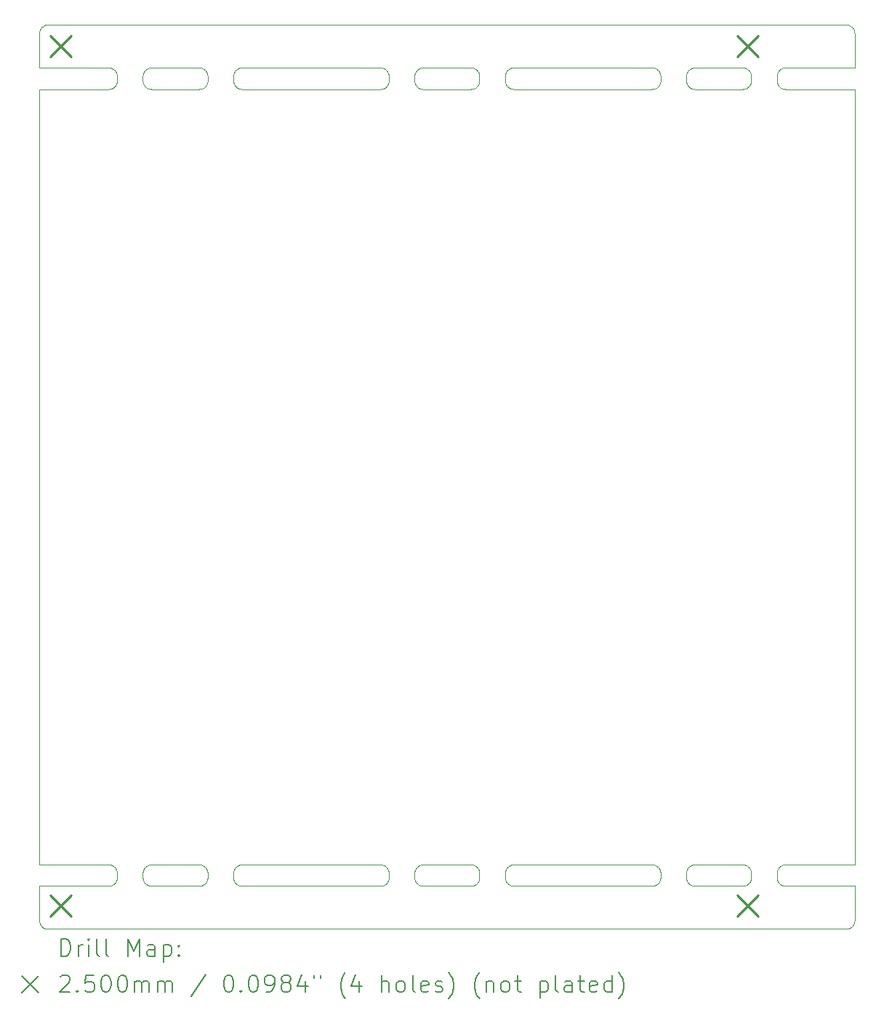
<source format=gbr>
%FSLAX45Y45*%
G04 Gerber Fmt 4.5, Leading zero omitted, Abs format (unit mm)*
G04 Created by KiCad (PCBNEW (6.0.5)) date 2022-11-09 23:04:35*
%MOMM*%
%LPD*%
G01*
G04 APERTURE LIST*
%TA.AperFunction,Profile*%
%ADD10C,0.100000*%
%TD*%
%ADD11C,0.200000*%
%ADD12C,0.250000*%
G04 APERTURE END LIST*
D10*
X8284212Y-9954352D02*
X8282464Y-9958886D01*
X2321114Y-10012464D02*
X2316672Y-10010495D01*
X9494214Y-10020030D02*
X9494166Y-10020020D01*
X2325648Y-10014213D02*
X2321114Y-10012464D01*
X882528Y-9806195D02*
X885517Y-9810026D01*
X7155314Y-10018097D02*
X7150526Y-10018928D01*
X8606685Y-706001D02*
X8604085Y-701896D01*
X9494987Y-10020883D02*
X9494980Y-10020834D01*
X4370120Y-594142D02*
X4370477Y-589296D01*
X4395646Y-532516D02*
X4398997Y-528997D01*
X2339686Y-748097D02*
X2334945Y-747033D01*
X4053315Y-706001D02*
X4050517Y-709974D01*
X5426903Y-9849686D02*
X5427967Y-9844945D01*
X4398997Y-721003D02*
X4395646Y-717484D01*
X5063886Y-742464D02*
X5059352Y-744212D01*
X1284686Y-748097D02*
X1279945Y-747033D01*
X9478765Y-10474525D02*
X9478778Y-10474504D01*
X5099354Y-532516D02*
X5102528Y-536195D01*
X8233328Y-509505D02*
X8237668Y-511690D01*
X897464Y-9831114D02*
X899212Y-9835648D01*
X0Y-10021227D02*
X0Y-10418773D01*
X7220915Y-701896D02*
X7218315Y-706001D01*
X4422332Y-738310D02*
X4418104Y-735915D01*
X895495Y-9963328D02*
X893310Y-9967668D01*
X9494579Y-10428576D02*
X9494940Y-10421226D01*
X843885Y-9777536D02*
X848328Y-9779505D01*
X7537967Y-675055D02*
X7536902Y-670314D01*
X1948310Y-9822332D02*
X1950495Y-9826672D01*
X9433279Y-7649D02*
X9433234Y-7631D01*
X1219085Y-9818104D02*
X1221685Y-9813999D01*
X7578999Y-10003315D02*
X7575026Y-10000517D01*
X9457454Y-10498032D02*
X9457473Y-10498017D01*
X692Y-9769944D02*
X739Y-9769958D01*
X9466535Y-30199D02*
X9466518Y-30181D01*
X5427967Y-574945D02*
X5429263Y-570262D01*
X30181Y-28482D02*
X29328Y-29293D01*
X1885055Y-747033D02*
X1880314Y-748097D01*
X2330262Y-10015737D02*
X2325648Y-10014213D01*
X9494940Y-10421226D02*
X9494941Y-10421201D01*
X4384085Y-548104D02*
X4386685Y-543999D01*
X9433234Y-7631D02*
X9432136Y-7207D01*
X8597536Y-9958886D02*
X8595787Y-9954352D01*
X1958928Y-584474D02*
X1959523Y-589296D01*
X72162Y-4008D02*
X72138Y-4014D01*
X7563997Y-9991003D02*
X7560646Y-9987484D01*
X5490648Y-10014213D02*
X5486114Y-10012464D01*
X4392472Y-536195D02*
X4395646Y-532516D01*
X5486114Y-742464D02*
X5481672Y-740495D01*
X9487793Y-10457136D02*
X9487801Y-10457113D01*
X5099354Y-717484D02*
X5096003Y-721003D01*
X7605262Y-745737D02*
X7600648Y-744212D01*
X9494308Y-10020056D02*
X9494261Y-10020042D01*
X188Y-9769570D02*
X217Y-9769610D01*
X1923805Y-9792472D02*
X1927484Y-9795646D01*
X1875526Y-9771072D02*
X1880314Y-9771903D01*
X4044354Y-717484D02*
X4041003Y-721003D01*
X8597536Y-688886D02*
X8595787Y-684352D01*
X9393773Y0D02*
X101227Y0D01*
X7178328Y-10010495D02*
X7173885Y-10012464D01*
X692Y-499944D02*
X739Y-499958D01*
X903928Y-9935526D02*
X903097Y-9940314D01*
X2274085Y-9971896D02*
X2271690Y-9967668D01*
X872484Y-9994354D02*
X868805Y-9997528D01*
X7540787Y-565648D02*
X7542536Y-561114D01*
X5450646Y-9802516D02*
X5453997Y-9798997D01*
X834Y-10020020D02*
X786Y-10020030D01*
X5092484Y-9795646D02*
X5096003Y-9798997D01*
X5499945Y-747033D02*
X5495262Y-745737D01*
X7634012Y-750000D02*
X7629142Y-749880D01*
X4021896Y-735915D02*
X4017668Y-738310D01*
X90177Y-514D02*
X89009Y-658D01*
X848328Y-740495D02*
X843885Y-742464D01*
X1253104Y-735915D02*
X1248999Y-733315D01*
X11823Y-52896D02*
X11294Y-53948D01*
X8618997Y-9991003D02*
X8615646Y-9987484D01*
X0Y-101227D02*
X0Y-498773D01*
X1245026Y-519483D02*
X1248999Y-516685D01*
X885517Y-9979974D02*
X882528Y-9983805D01*
X11846Y-10467147D02*
X12426Y-10468171D01*
X1952464Y-9958886D02*
X1950495Y-9963328D01*
X11283Y-10466030D02*
X11294Y-10466052D01*
X9415699Y-2220D02*
X9415676Y-2214D01*
X430Y-10020188D02*
X390Y-10020217D01*
X9494610Y-10020217D02*
X9494570Y-10020188D01*
X8287033Y-675055D02*
X8285737Y-679738D01*
X91424Y-10519579D02*
X98774Y-10519940D01*
X5063886Y-507536D02*
X5068328Y-509505D01*
X5477332Y-511690D02*
X5481672Y-509505D01*
X7212528Y-536195D02*
X7215517Y-540026D01*
X5429263Y-570262D02*
X5430787Y-565648D01*
X1216690Y-697668D02*
X1214505Y-693328D01*
X9432113Y-10512801D02*
X9432136Y-10512793D01*
X8679296Y-749523D02*
X8674474Y-748928D01*
X1214505Y-556672D02*
X1216690Y-552332D01*
X8591903Y-9849686D02*
X8592967Y-9844945D01*
X8601690Y-9822332D02*
X8604085Y-9818104D01*
X11294Y-10466052D02*
X11823Y-10467104D01*
X45496Y-16222D02*
X45475Y-16235D01*
X1216690Y-552332D02*
X1219085Y-548104D01*
X1270648Y-744212D02*
X1266114Y-742464D01*
X4055915Y-9971896D02*
X4053315Y-9976001D01*
X7227464Y-9831114D02*
X7229212Y-9835648D01*
X7225495Y-9963328D02*
X7223310Y-9967668D01*
X9406016Y-662D02*
X9405991Y-658D01*
X7535000Y-9920988D02*
X7535000Y-9869012D01*
X7209354Y-532516D02*
X7212528Y-536195D01*
X69839Y-4711D02*
X69816Y-4719D01*
X2274085Y-9818104D02*
X2276685Y-9813999D01*
X5063886Y-10012464D02*
X5059352Y-10014213D01*
X88984Y-10519338D02*
X89009Y-10519342D01*
X2262967Y-675055D02*
X2261903Y-670314D01*
X5499945Y-10017033D02*
X5495262Y-10015737D01*
X81705Y-10518259D02*
X88984Y-10519338D01*
X1907668Y-9781690D02*
X1911896Y-9784085D01*
X1245026Y-730517D02*
X1241195Y-727528D01*
X8594263Y-9840262D02*
X8595787Y-9835648D01*
X5453997Y-9991003D02*
X5450646Y-9987484D01*
X8264354Y-9802516D02*
X8267528Y-9806195D01*
X4050517Y-709974D02*
X4047528Y-713805D01*
X2344474Y-10018928D02*
X2339686Y-10018097D01*
X3995055Y-9772967D02*
X3999738Y-9774263D01*
X9473032Y-10482454D02*
X9477416Y-10476543D01*
X7535119Y-655858D02*
X7535000Y-650988D01*
X1957033Y-9844945D02*
X1958097Y-9849686D01*
X9494944Y-9769308D02*
X9494958Y-9769261D01*
X2220Y-79301D02*
X2214Y-79324D01*
X4379505Y-9826672D02*
X4381690Y-9822332D01*
X9494865Y-750512D02*
X9494839Y-750470D01*
X9494068Y-9769992D02*
X9494117Y-9769987D01*
X9414527Y-1956D02*
X9414479Y-1946D01*
X8590477Y-660704D02*
X8590120Y-655858D01*
X5030858Y-500119D02*
X5035704Y-500477D01*
X8660262Y-504263D02*
X8664945Y-502967D01*
X42Y-499261D02*
X56Y-499308D01*
X3970988Y-750000D02*
X2359012Y-750000D01*
X1205477Y-589296D02*
X1206072Y-584474D01*
X5050055Y-10017033D02*
X5045314Y-10018097D01*
X1937528Y-713805D02*
X1934354Y-717484D01*
X9443171Y-10507574D02*
X9443192Y-10507561D01*
X9472293Y-10483401D02*
X9473017Y-10482473D01*
X7542536Y-561114D02*
X7544505Y-556672D01*
X9466518Y-30181D02*
X9465707Y-29328D01*
X7169352Y-744212D02*
X7164738Y-745737D01*
X1907668Y-10008310D02*
X1903328Y-10010495D01*
X90226Y-509D02*
X90177Y-514D01*
X8275915Y-701896D02*
X8273315Y-706001D01*
X1299142Y-749880D02*
X1294296Y-749523D01*
X9478778Y-45496D02*
X9478765Y-45475D01*
X1266114Y-507536D02*
X1270648Y-505787D01*
X21983Y-10482473D02*
X22707Y-10483401D01*
X2316672Y-10010495D02*
X2312332Y-10008310D01*
X5040526Y-748928D02*
X5035704Y-749523D01*
X1957033Y-574945D02*
X1958097Y-579686D01*
X4406195Y-9792472D02*
X4410026Y-9789483D01*
X4062464Y-9958886D02*
X4060495Y-9963328D01*
X8285737Y-9949738D02*
X8284212Y-9954352D01*
X5054738Y-10015737D02*
X5050055Y-10017033D01*
X9404823Y-10519486D02*
X9405991Y-10519342D01*
X8604085Y-9818104D02*
X8606685Y-9813999D01*
X4342Y-10449043D02*
X4711Y-10450161D01*
X8633999Y-9786685D02*
X8638104Y-9784085D01*
X5495262Y-745737D02*
X5490648Y-744212D01*
X1959523Y-9930704D02*
X1958928Y-9935526D01*
X7160055Y-747033D02*
X7155314Y-748097D01*
X90177Y-10519486D02*
X90226Y-10519491D01*
X7227464Y-9958886D02*
X7225495Y-9963328D01*
X4418104Y-9784085D02*
X4422332Y-9781690D01*
X9494909Y-499400D02*
X9494928Y-499354D01*
X4041003Y-721003D02*
X4037484Y-724354D01*
X3999738Y-745737D02*
X3995055Y-747033D01*
X101227Y0D02*
X101203Y0D01*
X1206903Y-9940314D02*
X1206072Y-9935526D01*
X20Y-9769166D02*
X30Y-9769214D01*
X815704Y-749523D02*
X810858Y-749880D01*
X1253104Y-10005915D02*
X1248999Y-10003315D01*
X7546690Y-9967668D02*
X7544505Y-9963328D01*
X8289523Y-589296D02*
X8289880Y-594142D01*
X9449504Y-10503778D02*
X9449525Y-10503765D01*
X9494577Y-91399D02*
X9494491Y-90226D01*
X882528Y-536195D02*
X885517Y-540026D01*
X91424Y-421D02*
X91399Y-423D01*
X43477Y-17570D02*
X43457Y-17584D01*
X825314Y-748097D02*
X820526Y-748928D01*
X888315Y-543999D02*
X890915Y-548104D01*
X2288997Y-721003D02*
X2285646Y-717484D01*
X11846Y-52853D02*
X11823Y-52896D01*
X7145704Y-9770477D02*
X7150526Y-9771072D01*
X9466535Y-10489801D02*
X9471477Y-10484349D01*
X0Y-101203D02*
X0Y-101227D01*
X7234523Y-589296D02*
X7234880Y-594142D01*
X1237516Y-525646D02*
X1241195Y-522472D01*
X7624296Y-9770477D02*
X7629142Y-9770120D01*
X4449686Y-748097D02*
X4444945Y-747033D01*
X2260000Y-650988D02*
X2260000Y-599012D01*
X5509474Y-9771072D02*
X5514296Y-9770477D01*
X5099354Y-9802516D02*
X5102528Y-9806195D01*
X7549085Y-701896D02*
X7546690Y-697668D01*
X7549085Y-9818104D02*
X7551685Y-9813999D01*
X1219085Y-548104D02*
X1221685Y-543999D01*
X5096003Y-721003D02*
X5092484Y-724354D01*
X3970988Y-500000D02*
X3975858Y-500119D01*
X7629142Y-749880D02*
X7624296Y-749523D01*
X895495Y-9826672D02*
X897464Y-9831114D01*
X91Y-10020600D02*
X72Y-10020646D01*
X1958097Y-670314D02*
X1957033Y-675055D01*
X4014Y-10447862D02*
X4328Y-10448996D01*
X4418104Y-10005915D02*
X4413999Y-10003315D01*
X876003Y-721003D02*
X872484Y-724354D01*
X1931003Y-9798997D02*
X1934354Y-9802516D01*
X9442104Y-10508177D02*
X9442147Y-10508154D01*
X1898885Y-10012464D02*
X1894352Y-10014213D01*
X9494909Y-9769400D02*
X9494928Y-9769354D01*
X7227464Y-688886D02*
X7225495Y-693328D01*
X1943315Y-706001D02*
X1940517Y-709974D01*
X810858Y-9770120D02*
X815704Y-9770477D01*
X834Y-499980D02*
X883Y-499987D01*
X352Y-10020248D02*
X316Y-10020281D01*
X9495000Y-101227D02*
X9495000Y-101203D01*
X4053315Y-9813999D02*
X4055915Y-9818104D01*
X12439Y-10468192D02*
X16222Y-10474504D01*
X9465707Y-29328D02*
X9465672Y-29293D01*
X9449504Y-16222D02*
X9443192Y-12439D01*
X739Y-9769958D02*
X786Y-9769970D01*
X1224483Y-540026D02*
X1227472Y-536195D01*
X1206903Y-579686D02*
X1207967Y-574945D01*
X3975858Y-749880D02*
X3970988Y-750000D01*
X6Y-499019D02*
X6Y-499019D01*
X2354142Y-749880D02*
X2349296Y-749523D01*
X9494610Y-499783D02*
X9494648Y-499752D01*
X852668Y-10008310D02*
X848328Y-10010495D01*
X8215055Y-747033D02*
X8210314Y-748097D01*
X1875526Y-501072D02*
X1880314Y-501902D01*
X514Y-10429823D02*
X658Y-10430991D01*
X5025988Y-750000D02*
X4469012Y-750000D01*
X4469012Y-10020000D02*
X4464142Y-10019880D01*
X281Y-10020316D02*
X248Y-10020352D01*
X12426Y-10468171D02*
X12439Y-10468192D01*
X8615646Y-9802516D02*
X8618997Y-9798997D01*
X1943315Y-543999D02*
X1945915Y-548104D01*
X4008885Y-742464D02*
X4004352Y-744212D01*
X9494214Y-499970D02*
X9494261Y-499958D01*
X0Y-10021203D02*
X0Y-10021227D01*
X9494909Y-10020600D02*
X9494888Y-10020556D01*
X20Y-750834D02*
X13Y-750883D01*
X5441685Y-9976001D02*
X5439085Y-9971896D01*
X17570Y-10476523D02*
X17584Y-10476543D01*
X9493773Y-10020000D02*
X8689012Y-10020000D01*
X9425161Y-4711D02*
X9424043Y-4342D01*
X5050055Y-9772967D02*
X5054738Y-9774263D01*
X8237668Y-9781690D02*
X8241896Y-9784085D01*
X4454474Y-9771072D02*
X4459296Y-9770477D01*
X1227472Y-713805D02*
X1224483Y-709974D01*
X1241195Y-9997528D02*
X1237516Y-9994354D01*
X9494992Y-499068D02*
X9494994Y-499019D01*
X7587332Y-511690D02*
X7591672Y-509505D01*
X8595787Y-565648D02*
X8597536Y-561114D01*
X5519142Y-10019880D02*
X5514296Y-10019523D01*
X3980704Y-500477D02*
X3985526Y-501072D01*
X1261672Y-10010495D02*
X1257332Y-10008310D01*
X16222Y-10474504D02*
X16235Y-10474525D01*
X8288097Y-9940314D02*
X8287033Y-9945055D01*
X7198805Y-9792472D02*
X7202484Y-9795646D01*
X9495000Y-9768797D02*
X9495000Y-9768773D01*
X8642332Y-10008310D02*
X8638104Y-10005915D01*
X7235000Y-9920988D02*
X7234880Y-9925858D01*
X4377536Y-9831114D02*
X4379505Y-9826672D01*
X8273315Y-543999D02*
X8275915Y-548104D01*
X5050055Y-747033D02*
X5045314Y-748097D01*
X79324Y-2214D02*
X79301Y-2220D01*
X1880314Y-501902D02*
X1885055Y-502967D01*
X9478135Y-10475520D02*
X9478765Y-10474525D01*
X3999738Y-504263D02*
X4004352Y-505787D01*
X885517Y-709974D02*
X882528Y-713805D01*
X2220Y-10440699D02*
X4008Y-10447838D01*
X1950495Y-9963328D02*
X1948310Y-9967668D01*
X5444483Y-540026D02*
X5447472Y-536195D01*
X1937528Y-9983805D02*
X1934354Y-9987484D01*
X3990314Y-9771903D02*
X3995055Y-9772967D01*
X4004352Y-10014213D02*
X3999738Y-10015737D01*
X7578999Y-516685D02*
X7583104Y-514085D01*
X98774Y-10519940D02*
X98799Y-10519941D01*
X839352Y-10014213D02*
X834738Y-10015737D01*
X62887Y-7198D02*
X62864Y-7207D01*
X9483717Y-10466030D02*
X9486863Y-10459378D01*
X556Y-499888D02*
X600Y-499909D01*
X7575026Y-9789483D02*
X7578999Y-9786685D01*
X9472262Y-10483439D02*
X9472293Y-10483401D01*
X1257332Y-738310D02*
X1253104Y-735915D01*
X7169352Y-10014213D02*
X7164738Y-10015737D01*
X903097Y-9849686D02*
X903928Y-9854474D01*
X4402516Y-9795646D02*
X4406195Y-9792472D01*
X4444945Y-502967D02*
X4449686Y-501902D01*
X4469012Y-750000D02*
X4464142Y-749880D01*
X1911896Y-9784085D02*
X1916001Y-9786685D01*
X8289880Y-9864142D02*
X8290000Y-9869012D01*
X9494354Y-499927D02*
X9494400Y-499909D01*
X9494941Y-10421201D02*
X9495000Y-10418797D01*
X2271690Y-697668D02*
X2269505Y-693328D01*
X2260000Y-599012D02*
X2260000Y-599012D01*
X2308104Y-9784085D02*
X2312332Y-9781690D01*
X8646672Y-509505D02*
X8651114Y-507536D01*
X786Y-750030D02*
X739Y-750042D01*
X9457454Y-21968D02*
X9451543Y-17584D01*
X903097Y-579686D02*
X903928Y-584474D01*
X8618997Y-721003D02*
X8615646Y-717484D01*
X36599Y-22707D02*
X36561Y-22738D01*
X4068097Y-9849686D02*
X4068928Y-9854474D01*
X56Y-9769308D02*
X72Y-9769354D01*
X8655648Y-10014213D02*
X8651114Y-10012464D01*
X7135988Y-500000D02*
X7140858Y-500119D01*
X9494958Y-750739D02*
X9494944Y-750692D01*
X8241896Y-735915D02*
X8237668Y-738310D01*
X5076896Y-9784085D02*
X5081001Y-9786685D01*
X2303999Y-516685D02*
X2308104Y-514085D01*
X7567516Y-525646D02*
X7571195Y-522472D01*
X872484Y-724354D02*
X868805Y-727528D01*
X4379505Y-693328D02*
X4377536Y-688886D01*
X4021896Y-514085D02*
X4026001Y-516685D01*
X1205477Y-9930704D02*
X1205120Y-9925858D01*
X1945915Y-548104D02*
X1948310Y-552332D01*
X1958097Y-9940314D02*
X1957033Y-9945055D01*
X7229212Y-684352D02*
X7227464Y-688886D01*
X53948Y-10508706D02*
X53970Y-10508717D01*
X29293Y-29328D02*
X28482Y-30181D01*
X7544505Y-693328D02*
X7542536Y-688886D01*
X1227Y-500000D02*
X805988Y-500000D01*
X5068328Y-9779505D02*
X5072668Y-9781690D01*
X1865858Y-10019880D02*
X1860988Y-10020000D01*
X8615646Y-9987484D02*
X8612472Y-9983805D01*
X4021896Y-9784085D02*
X4026001Y-9786685D01*
X7535477Y-9930704D02*
X7535119Y-9925858D01*
X1205000Y-9920988D02*
X1205000Y-9869012D01*
X4037484Y-9994354D02*
X4033805Y-9997528D01*
X4026001Y-516685D02*
X4029974Y-519483D01*
X7634012Y-500000D02*
X8190988Y-500000D01*
X7631Y-61766D02*
X7207Y-62864D01*
X9494400Y-750091D02*
X9494354Y-750072D01*
X9494166Y-499980D02*
X9494214Y-499970D01*
X1253104Y-9784085D02*
X1257332Y-9781690D01*
X4008Y-72162D02*
X2220Y-79301D01*
X22707Y-10483401D02*
X22738Y-10483439D01*
X4037484Y-525646D02*
X4041003Y-528997D01*
X4469012Y-9770000D02*
X5025988Y-9770000D01*
X5119213Y-684352D02*
X5117464Y-688886D01*
X5425477Y-9930704D02*
X5425120Y-9925858D01*
X9478135Y-44480D02*
X9478108Y-44439D01*
X9393797Y0D02*
X9393773Y0D01*
X9403576Y-421D02*
X9396226Y-60D01*
X98799Y-59D02*
X98774Y-60D01*
X4033805Y-522472D02*
X4037484Y-525646D01*
X1212536Y-561114D02*
X1214505Y-556672D01*
X1916001Y-516685D02*
X1919974Y-519483D01*
X904880Y-9925858D02*
X904523Y-9930704D01*
X861001Y-9786685D02*
X864974Y-9789483D01*
X9404774Y-10519491D02*
X9404823Y-10519486D01*
X8278310Y-9822332D02*
X8280495Y-9826672D01*
X5105517Y-540026D02*
X5108315Y-543999D01*
X2354142Y-500119D02*
X2359012Y-500000D01*
X5465026Y-730517D02*
X5461195Y-727528D01*
X4370477Y-9930704D02*
X4370120Y-9925858D01*
X890915Y-701896D02*
X888315Y-706001D01*
X5514296Y-9770477D02*
X5519142Y-9770120D01*
X8655648Y-9775787D02*
X8660262Y-9774263D01*
X28482Y-30181D02*
X28465Y-30199D01*
X864974Y-9789483D02*
X868805Y-9792472D01*
X3995055Y-747033D02*
X3990314Y-748097D01*
X7225495Y-693328D02*
X7223310Y-697668D01*
X830055Y-10017033D02*
X825314Y-10018097D01*
X5084974Y-10000517D02*
X5081001Y-10003315D01*
X9482561Y-10468192D02*
X9482574Y-10468171D01*
X2316672Y-509505D02*
X2321114Y-507536D01*
X2279483Y-9979974D02*
X2276685Y-9976001D01*
X4050517Y-540026D02*
X4053315Y-543999D01*
X5430787Y-9835648D02*
X5432536Y-9831114D01*
X9423996Y-4328D02*
X9422862Y-4014D01*
X8257484Y-724354D02*
X8253805Y-727528D01*
X45475Y-10503765D02*
X45496Y-10503778D01*
X1955737Y-679738D02*
X1954212Y-684352D01*
X825314Y-10018097D02*
X820526Y-10018928D01*
X509Y-90226D02*
X423Y-91399D01*
X7629142Y-10019880D02*
X7624296Y-10019523D01*
X4426672Y-9779505D02*
X4431114Y-9777536D01*
X8290000Y-650988D02*
X8289880Y-655858D01*
X98799Y-10519941D02*
X101203Y-10520000D01*
X6Y-499019D02*
X8Y-499068D01*
X2316672Y-740495D02*
X2312332Y-738310D01*
X5110915Y-9818104D02*
X5113310Y-9822332D01*
X7209354Y-717484D02*
X7206003Y-721003D01*
X2312332Y-9781690D02*
X2316672Y-9779505D01*
X1940517Y-9810026D02*
X1943315Y-9813999D01*
X4055915Y-701896D02*
X4053315Y-706001D01*
X45496Y-10503778D02*
X51808Y-10507561D01*
X1233997Y-721003D02*
X1230646Y-717484D01*
X7546690Y-9822332D02*
X7549085Y-9818104D01*
X1224483Y-709974D02*
X1221685Y-706001D01*
X5084974Y-730517D02*
X5081001Y-733315D01*
X91Y-750600D02*
X72Y-750645D01*
X51829Y-10507574D02*
X52853Y-10508154D01*
X893310Y-552332D02*
X895495Y-556672D01*
X9483706Y-10466052D02*
X9483717Y-10466030D01*
X8642332Y-511690D02*
X8646672Y-509505D01*
X9494491Y-90226D02*
X9494486Y-90177D01*
X390Y-9769783D02*
X430Y-9769812D01*
X3985526Y-10018928D02*
X3980704Y-10019523D01*
X1214505Y-9826672D02*
X1216690Y-9822332D01*
X1880314Y-748097D02*
X1875526Y-748928D01*
X8590000Y-9920988D02*
X8590000Y-9869012D01*
X4041003Y-9798997D02*
X4044354Y-9802516D01*
X5447472Y-9806195D02*
X5450646Y-9802516D01*
X5115495Y-693328D02*
X5113310Y-697668D01*
X899212Y-565648D02*
X900737Y-570262D01*
X2354142Y-9770120D02*
X2359012Y-9770000D01*
X2274085Y-548104D02*
X2276685Y-543999D01*
X30199Y-28465D02*
X30181Y-28482D01*
X5473104Y-10005915D02*
X5468999Y-10003315D01*
X7583104Y-10005915D02*
X7578999Y-10003315D01*
X4372967Y-675055D02*
X4371903Y-670314D01*
X1860988Y-9770000D02*
X1860988Y-9770000D01*
X9494888Y-10020556D02*
X9494865Y-10020513D01*
X4026001Y-9786685D02*
X4029974Y-9789483D01*
X5124880Y-655858D02*
X5124523Y-660704D01*
X8219738Y-504263D02*
X8224352Y-505787D01*
X9495000Y-498773D02*
X9495000Y-101227D01*
X4426672Y-740495D02*
X4422332Y-738310D01*
X8280495Y-9963328D02*
X8278310Y-9967668D01*
X9487369Y-10458234D02*
X9487793Y-10457136D01*
X4370000Y-599012D02*
X4370120Y-594142D01*
X4062464Y-561114D02*
X4064212Y-565648D01*
X9494487Y-499865D02*
X9494530Y-499839D01*
X9494783Y-10020390D02*
X9494752Y-10020352D01*
X7160055Y-9772967D02*
X7164738Y-9774263D01*
X4328Y-71004D02*
X4014Y-72138D01*
X2267536Y-688886D02*
X2265787Y-684352D01*
X8253805Y-522472D02*
X8257484Y-525646D01*
X2282472Y-9983805D02*
X2279483Y-9979974D01*
X5495262Y-10015737D02*
X5490648Y-10014213D01*
X7160055Y-10017033D02*
X7155314Y-10018097D01*
X9486863Y-60622D02*
X9483717Y-53970D01*
X81705Y-1741D02*
X81681Y-1745D01*
X9424043Y-10515658D02*
X9425161Y-10515289D01*
X5124523Y-660704D02*
X5123928Y-665526D01*
X4464142Y-10019880D02*
X4459296Y-10019523D01*
X5063886Y-9777536D02*
X5068328Y-9779505D01*
X7614686Y-748097D02*
X7609945Y-747033D01*
X59Y-10421201D02*
X60Y-10421226D01*
X888315Y-9976001D02*
X885517Y-9979974D01*
X52853Y-11846D02*
X51829Y-12426D01*
X98774Y-60D02*
X91424Y-421D01*
X13Y-10020883D02*
X8Y-10020932D01*
X9464819Y-28482D02*
X9464801Y-28465D01*
X1219085Y-701896D02*
X1216690Y-697668D01*
X43457Y-10502416D02*
X43477Y-10502430D01*
X1919974Y-10000517D02*
X1916001Y-10003315D01*
X9425161Y-10515289D02*
X9425184Y-10515281D01*
X7223310Y-552332D02*
X7225495Y-556672D01*
X69816Y-4719D02*
X62887Y-7198D01*
X56Y-10020692D02*
X42Y-10020739D01*
X7150526Y-9771072D02*
X7155314Y-9771903D01*
X4711Y-69839D02*
X4342Y-70957D01*
X1880314Y-10018097D02*
X1875526Y-10018928D01*
X1894352Y-9775787D02*
X1898885Y-9777536D01*
X9494719Y-499684D02*
X9494752Y-499648D01*
X904880Y-9864142D02*
X905000Y-9869012D01*
X8599505Y-9826672D02*
X8601690Y-9822332D01*
X4065737Y-9949738D02*
X4064212Y-9954352D01*
X1299142Y-500119D02*
X1304012Y-500000D01*
X7234880Y-9864142D02*
X7235000Y-9869012D01*
X9494970Y-9769214D02*
X9494980Y-9769166D01*
X1206903Y-9849686D02*
X1207967Y-9844945D01*
X4410026Y-519483D02*
X4413999Y-516685D01*
X1959880Y-594142D02*
X1960000Y-599012D01*
X4406195Y-9997528D02*
X4402516Y-9994354D01*
X8264354Y-717484D02*
X8261003Y-721003D01*
X2260477Y-660704D02*
X2260120Y-655858D01*
X7145704Y-10019523D02*
X7140858Y-10019880D01*
X9490992Y-72162D02*
X9490986Y-72138D01*
X6Y-9769019D02*
X8Y-9769068D01*
X4065737Y-679738D02*
X4064212Y-684352D01*
X4033805Y-9792472D02*
X4037484Y-9795646D01*
X883Y-499987D02*
X932Y-499992D01*
X5465026Y-519483D02*
X5468999Y-516685D01*
X5059352Y-9775787D02*
X5063886Y-9777536D01*
X7571195Y-9997528D02*
X7567516Y-9994354D01*
X902033Y-574945D02*
X903097Y-579686D01*
X1210787Y-565648D02*
X1212536Y-561114D01*
X904523Y-9859296D02*
X904880Y-9864142D01*
X7536072Y-9935526D02*
X7535477Y-9930704D01*
X9494994Y-499019D02*
X9495000Y-498797D01*
X2349296Y-500477D02*
X2354142Y-500119D01*
X8278310Y-552332D02*
X8280495Y-556672D01*
X5514296Y-749523D02*
X5509474Y-748928D01*
X7218315Y-706001D02*
X7215517Y-709974D01*
X7567516Y-9994354D02*
X7563997Y-9991003D01*
X80521Y-10518053D02*
X81681Y-10518255D01*
X9494117Y-499987D02*
X9494166Y-499980D01*
X2279483Y-709974D02*
X2276685Y-706001D01*
X2321114Y-507536D02*
X2325648Y-505787D01*
X893310Y-9822332D02*
X895495Y-9826672D01*
X1937528Y-9806195D02*
X1940517Y-9810026D01*
X7198Y-62887D02*
X4719Y-69816D01*
X897464Y-688886D02*
X895495Y-693328D01*
X5117464Y-688886D02*
X5115495Y-693328D01*
X7583104Y-735915D02*
X7578999Y-733315D01*
X903097Y-9940314D02*
X902033Y-9945055D01*
X1945915Y-9818104D02*
X1948310Y-9822332D01*
X843885Y-742464D02*
X839352Y-744212D01*
X5425120Y-655858D02*
X5425000Y-650988D01*
X5123097Y-9849686D02*
X5123928Y-9854474D01*
X7600648Y-10014213D02*
X7596114Y-10012464D01*
X2308104Y-514085D02*
X2312332Y-511690D01*
X692Y-10020056D02*
X646Y-10020072D01*
X5123097Y-9940314D02*
X5122033Y-9945055D01*
X7551685Y-543999D02*
X7554483Y-540026D01*
X9404774Y-509D02*
X9403600Y-423D01*
X9441052Y-10508706D02*
X9442104Y-10508177D01*
X4069880Y-655858D02*
X4069523Y-660704D01*
X4371903Y-9940314D02*
X4371072Y-9935526D01*
X5110915Y-701896D02*
X5108315Y-706001D01*
X2269505Y-556672D02*
X2271690Y-552332D01*
X9434378Y-8137D02*
X9434355Y-8126D01*
X2260477Y-589296D02*
X2261072Y-584474D01*
X5481672Y-740495D02*
X5477332Y-738310D01*
X44439Y-10503108D02*
X44480Y-10503135D01*
X5119213Y-565648D02*
X5120737Y-570262D01*
X5025988Y-10020000D02*
X4469012Y-10020000D01*
X1275262Y-10015737D02*
X1270648Y-10014213D01*
X8215055Y-10017033D02*
X8210314Y-10018097D01*
X1275262Y-9774263D02*
X1279945Y-9772967D01*
X9393797Y-10520000D02*
X9396201Y-10519941D01*
X8638104Y-9784085D02*
X8642332Y-9781690D01*
X9495000Y-101203D02*
X9494941Y-98799D01*
X1958928Y-9854474D02*
X1959523Y-9859296D01*
X470Y-9769839D02*
X513Y-9769865D01*
X9494865Y-10020513D02*
X9494839Y-10020470D01*
X8646672Y-10010495D02*
X8642332Y-10008310D01*
X3970988Y-9770000D02*
X3975858Y-9770120D01*
X5519142Y-9770120D02*
X5524012Y-9770000D01*
X8689012Y-10020000D02*
X8684142Y-10019880D01*
X9494577Y-10428600D02*
X9494579Y-10428576D01*
X0Y-751227D02*
X0Y-9768773D01*
X7223310Y-9822332D02*
X7225495Y-9826672D01*
X423Y-91399D02*
X421Y-91424D01*
X7150526Y-501072D02*
X7155314Y-501902D01*
X9471477Y-35651D02*
X9466535Y-30199D01*
X1923805Y-522472D02*
X1927484Y-525646D01*
X4370120Y-9925858D02*
X4370000Y-9920988D01*
X0Y-498773D02*
X0Y-498797D01*
X9403576Y-10519579D02*
X9403600Y-10519577D01*
X1284686Y-10018097D02*
X1279945Y-10017033D01*
X8282464Y-9958886D02*
X8280495Y-9963328D01*
X981Y-9769994D02*
X1203Y-9770000D01*
X7549085Y-9971896D02*
X7546690Y-9967668D01*
X9451523Y-10502430D02*
X9451543Y-10502416D01*
X7619474Y-9771072D02*
X7624296Y-9770477D01*
X9494888Y-9769444D02*
X9494909Y-9769400D01*
X3990314Y-10018097D02*
X3985526Y-10018928D01*
X904880Y-594142D02*
X905000Y-599012D01*
X2321114Y-742464D02*
X2316672Y-740495D01*
X1959523Y-9859296D02*
X1959880Y-9864142D01*
X4371072Y-584474D02*
X4371903Y-579686D01*
X1230646Y-717484D02*
X1227472Y-713805D01*
X1205477Y-9859296D02*
X1206072Y-9854474D01*
X4370477Y-9859296D02*
X4371072Y-9854474D01*
X8651114Y-742464D02*
X8646672Y-740495D01*
X600Y-9769909D02*
X646Y-9769928D01*
X7215517Y-540026D02*
X7218315Y-543999D01*
X2260120Y-594142D02*
X2260477Y-589296D01*
X70957Y-10515658D02*
X71004Y-10515672D01*
X2260000Y-599012D02*
X2260120Y-594142D01*
X820526Y-748928D02*
X815704Y-749523D01*
X12439Y-51808D02*
X12426Y-51829D01*
X3985526Y-9771072D02*
X3990314Y-9771903D01*
X2359012Y-750000D02*
X2354142Y-749880D01*
X5425477Y-660704D02*
X5425120Y-655858D01*
X4033805Y-727528D02*
X4029974Y-730517D01*
X905000Y-599012D02*
X905000Y-650988D01*
X805988Y-750000D02*
X1227Y-750000D01*
X4068097Y-579686D02*
X4068928Y-584474D01*
X9494994Y-750981D02*
X9494992Y-750932D01*
X9494487Y-750135D02*
X9494444Y-750112D01*
X1248999Y-733315D02*
X1245026Y-730517D01*
X1903328Y-740495D02*
X1898885Y-742464D01*
X8267528Y-713805D02*
X8264354Y-717484D01*
X2296195Y-9997528D02*
X2292516Y-9994354D01*
X8284212Y-9835648D02*
X8285737Y-9840262D01*
X7140858Y-749880D02*
X7135988Y-750000D01*
X9473017Y-10482473D02*
X9473032Y-10482454D01*
X4050517Y-9979974D02*
X4047528Y-9983805D01*
X4398997Y-9798997D02*
X4402516Y-9795646D01*
X7155314Y-9771903D02*
X7160055Y-9772967D01*
X0Y-10418797D02*
X59Y-10421201D01*
X1205477Y-660704D02*
X1205120Y-655858D01*
X4055915Y-9818104D02*
X4058310Y-9822332D01*
X834738Y-10015737D02*
X830055Y-10017033D01*
X88984Y-662D02*
X81705Y-1741D01*
X52896Y-11823D02*
X52853Y-11846D01*
X5099354Y-9987484D02*
X5096003Y-9991003D01*
X7554483Y-709974D02*
X7551685Y-706001D01*
X90226Y-10519491D02*
X91399Y-10519577D01*
X7234523Y-9930704D02*
X7233928Y-9935526D01*
X8626195Y-727528D02*
X8622516Y-724354D01*
X7207Y-10457136D02*
X7631Y-10458234D01*
X1911896Y-10005915D02*
X1907668Y-10008310D01*
X23507Y-10484330D02*
X23523Y-10484349D01*
X9413319Y-1745D02*
X9413295Y-1741D01*
X4370477Y-660704D02*
X4370120Y-655858D01*
X2296195Y-9792472D02*
X2300026Y-9789483D01*
X5035704Y-500477D02*
X5040526Y-501072D01*
X421Y-91424D02*
X60Y-98774D01*
X8126Y-60644D02*
X7649Y-61721D01*
X4406195Y-522472D02*
X4410026Y-519483D01*
X9494783Y-750390D02*
X9494752Y-750352D01*
X864974Y-730517D02*
X861001Y-733315D01*
X786Y-9769970D02*
X834Y-9769980D01*
X4065737Y-570262D02*
X4067033Y-574945D01*
X8609483Y-709974D02*
X8606685Y-706001D01*
X3980704Y-10019523D02*
X3975858Y-10019880D01*
X316Y-750281D02*
X281Y-750316D01*
X2285646Y-717484D02*
X2282472Y-713805D01*
X895495Y-693328D02*
X893310Y-697668D01*
X8195858Y-749880D02*
X8190988Y-750000D01*
X1219085Y-9971896D02*
X1216690Y-9967668D01*
X30Y-499214D02*
X42Y-499261D01*
X2349296Y-749523D02*
X2344474Y-748928D01*
X9465672Y-10490707D02*
X9465707Y-10490672D01*
X646Y-10020072D02*
X600Y-10020091D01*
X4058310Y-9822332D02*
X4060495Y-9826672D01*
X8257484Y-525646D02*
X8261003Y-528997D01*
X4070000Y-9869012D02*
X4070000Y-9920988D01*
X4398997Y-9991003D02*
X4395646Y-9987484D01*
X5108315Y-543999D02*
X5110915Y-548104D01*
X5425477Y-589296D02*
X5426072Y-584474D01*
X4386685Y-9976001D02*
X4384085Y-9971896D01*
X5447472Y-713805D02*
X5444483Y-709974D01*
X8664945Y-10017033D02*
X8660262Y-10015737D01*
X4060495Y-9963328D02*
X4058310Y-9967668D01*
X4068928Y-9854474D02*
X4069523Y-9859296D01*
X9396226Y-60D02*
X9396201Y-59D01*
X2265787Y-9835648D02*
X2267536Y-9831114D01*
X9471493Y-35670D02*
X9471477Y-35651D01*
X5425120Y-9864142D02*
X5425477Y-9859296D01*
X5096003Y-9991003D02*
X5092484Y-9994354D01*
X8261003Y-9798997D02*
X8264354Y-9802516D01*
X4395646Y-717484D02*
X4392472Y-713805D01*
X1948310Y-697668D02*
X1945915Y-701896D01*
X9458401Y-22707D02*
X9457473Y-21983D01*
X7202484Y-9795646D02*
X7206003Y-9798997D01*
X9450520Y-16865D02*
X9449525Y-16235D01*
X4065737Y-9840262D02*
X4067033Y-9844945D01*
X5045314Y-748097D02*
X5040526Y-748928D01*
X4377536Y-688886D02*
X4375787Y-684352D01*
X79301Y-2220D02*
X72162Y-4008D01*
X9494019Y-9769994D02*
X9494068Y-9769992D01*
X9494648Y-10020248D02*
X9494610Y-10020217D01*
X28482Y-10489819D02*
X29293Y-10490672D01*
X852668Y-511690D02*
X856896Y-514085D01*
X43477Y-10502430D02*
X44439Y-10503108D01*
X9494958Y-9769261D02*
X9494970Y-9769214D01*
X1245026Y-10000517D02*
X1241195Y-9997528D01*
X4062464Y-688886D02*
X4060495Y-693328D01*
X856896Y-10005915D02*
X852668Y-10008310D01*
X5461195Y-9997528D02*
X5457516Y-9994354D01*
X9494648Y-499752D02*
X9494684Y-499719D01*
X2303999Y-733315D02*
X2300026Y-730517D01*
X8590120Y-9864142D02*
X8590477Y-9859296D01*
X8590000Y-650988D02*
X8590000Y-599012D01*
X1279945Y-502967D02*
X1284686Y-501902D01*
X4068928Y-665526D02*
X4068097Y-670314D01*
X834Y-9769980D02*
X883Y-9769987D01*
X7194974Y-730517D02*
X7191001Y-733315D01*
X5426072Y-584474D02*
X5426903Y-579686D01*
X1209263Y-679738D02*
X1207967Y-675055D01*
X5447472Y-536195D02*
X5450646Y-532516D01*
X7535000Y-650988D02*
X7535000Y-599012D01*
X4392472Y-713805D02*
X4389483Y-709974D01*
X9494944Y-499308D02*
X9494958Y-499261D01*
X9494992Y-10020932D02*
X9494987Y-10020883D01*
X1209263Y-570262D02*
X1210787Y-565648D01*
X1940517Y-540026D02*
X1943315Y-543999D01*
X815704Y-9770477D02*
X820526Y-9771072D01*
X9494530Y-9769839D02*
X9494570Y-9769812D01*
X2260477Y-9859296D02*
X2261072Y-9854474D01*
X1203Y-10020000D02*
X981Y-10020006D01*
X5035704Y-9770477D02*
X5040526Y-9771072D01*
X112Y-750556D02*
X91Y-750600D01*
X1946Y-10439479D02*
X1956Y-10439527D01*
X9451543Y-17584D02*
X9451523Y-17570D01*
X9494812Y-9769570D02*
X9494839Y-9769530D01*
X1916001Y-9786685D02*
X1919974Y-9789483D01*
X8288097Y-579686D02*
X8288928Y-584474D01*
X7135988Y-750000D02*
X5524012Y-750000D01*
X1950495Y-693328D02*
X1948310Y-697668D01*
X7233928Y-665526D02*
X7233097Y-670314D01*
X9494444Y-499888D02*
X9494487Y-499865D01*
X856896Y-9784085D02*
X861001Y-9786685D01*
X9451523Y-17570D02*
X9450561Y-16892D01*
X1950495Y-9826672D02*
X1952464Y-9831114D01*
X4375787Y-9835648D02*
X4377536Y-9831114D01*
X1959523Y-589296D02*
X1959880Y-594142D01*
X7233097Y-670314D02*
X7232033Y-675055D01*
X646Y-750072D02*
X600Y-750091D01*
X7164738Y-9774263D02*
X7169352Y-9775787D01*
X8290000Y-9920988D02*
X8289880Y-9925858D01*
X2265787Y-9954352D02*
X2264263Y-9949738D01*
X2261903Y-579686D02*
X2262967Y-574945D01*
X7235000Y-9869012D02*
X7235000Y-9920988D01*
X2276685Y-706001D02*
X2274085Y-701896D01*
X9494354Y-750072D02*
X9494308Y-750056D01*
X9472293Y-36599D02*
X9472262Y-36561D01*
X29293Y-10490672D02*
X29328Y-10490707D01*
X9494117Y-9769987D02*
X9494166Y-9769980D01*
X7551685Y-9813999D02*
X7554483Y-9810026D01*
X5465026Y-10000517D02*
X5461195Y-9997528D01*
X5125000Y-599012D02*
X5125000Y-650988D01*
X8633999Y-733315D02*
X8630026Y-730517D01*
X5425000Y-599012D02*
X5425000Y-599012D01*
X5096003Y-9798997D02*
X5099354Y-9802516D01*
X5481672Y-509505D02*
X5486114Y-507536D01*
X1275262Y-504263D02*
X1279945Y-502967D01*
X5426072Y-665526D02*
X5425477Y-660704D01*
X8288097Y-670314D02*
X8287033Y-675055D01*
X9494684Y-750281D02*
X9494648Y-750248D01*
X8633999Y-10003315D02*
X8630026Y-10000517D01*
X3980704Y-9770477D02*
X3985526Y-9771072D01*
X1216690Y-9822332D02*
X1219085Y-9818104D01*
X646Y-499927D02*
X692Y-499944D01*
X9490658Y-70957D02*
X9490289Y-69839D01*
X5425000Y-599012D02*
X5425120Y-594142D01*
X2276685Y-9976001D02*
X2274085Y-9971896D01*
X7207Y-62864D02*
X7198Y-62887D01*
X3980704Y-749523D02*
X3975858Y-749880D01*
X2288997Y-528997D02*
X2292516Y-525646D01*
X834738Y-504263D02*
X839352Y-505787D01*
X1206072Y-584474D02*
X1206903Y-579686D01*
X8590000Y-599012D02*
X8590120Y-594142D01*
X7554483Y-9979974D02*
X7551685Y-9976001D01*
X4464142Y-9770120D02*
X4469012Y-9770000D01*
X856896Y-514085D02*
X861001Y-516685D01*
X5477332Y-9781690D02*
X5481672Y-9779505D01*
X7220915Y-9971896D02*
X7218315Y-9976001D01*
X4375787Y-9954352D02*
X4374263Y-9949738D01*
X4044354Y-9987484D02*
X4041003Y-9991003D01*
X3975858Y-500119D02*
X3980704Y-500477D01*
X9493053Y-10439479D02*
X9493255Y-10438319D01*
X7557472Y-536195D02*
X7560646Y-532516D01*
X7600648Y-505787D02*
X7605262Y-504263D01*
X820526Y-501072D02*
X825314Y-501902D01*
X9464801Y-10491535D02*
X9464819Y-10491518D01*
X2321114Y-9777536D02*
X2325648Y-9775787D01*
X2260120Y-9925858D02*
X2260000Y-9920988D01*
X7539263Y-9949738D02*
X7537967Y-9945055D01*
X4459296Y-10019523D02*
X4454474Y-10018928D01*
X9450561Y-16892D02*
X9450520Y-16865D01*
X8597536Y-9831114D02*
X8599505Y-9826672D01*
X17584Y-43457D02*
X17570Y-43477D01*
X1885055Y-9772967D02*
X1889738Y-9774263D01*
X8249974Y-10000517D02*
X8246001Y-10003315D01*
X4068928Y-9935526D02*
X4068097Y-9940314D01*
X4413999Y-733315D02*
X4410026Y-730517D01*
X646Y-9769928D02*
X692Y-9769944D01*
X1865858Y-500119D02*
X1870704Y-500477D01*
X4029974Y-10000517D02*
X4026001Y-10003315D01*
X5499945Y-502967D02*
X5504686Y-501902D01*
X4037484Y-724354D02*
X4033805Y-727528D01*
X7560646Y-532516D02*
X7563997Y-528997D01*
X5113310Y-552332D02*
X5115495Y-556672D01*
X1745Y-81681D02*
X1741Y-81705D01*
X897464Y-9958886D02*
X895495Y-9963328D01*
X8618997Y-9798997D02*
X8622516Y-9795646D01*
X888315Y-9813999D02*
X890915Y-9818104D01*
X9494261Y-10020042D02*
X9494214Y-10020030D01*
X9478765Y-45475D02*
X9478135Y-44480D01*
X1903328Y-509505D02*
X1907668Y-511690D01*
X7178328Y-509505D02*
X7182668Y-511690D01*
X2285646Y-532516D02*
X2288997Y-528997D01*
X5088805Y-9997528D02*
X5084974Y-10000517D01*
X9483177Y-52896D02*
X9483154Y-52853D01*
X6Y-750981D02*
X0Y-751203D01*
X3975858Y-9770120D02*
X3980704Y-9770477D01*
X1227472Y-9806195D02*
X1230646Y-9802516D01*
X8630026Y-730517D02*
X8626195Y-727528D01*
X981Y-499994D02*
X1203Y-500000D01*
X8288928Y-584474D02*
X8289523Y-589296D01*
X9477416Y-43457D02*
X9473032Y-37546D01*
X848328Y-509505D02*
X852668Y-511690D01*
X9494980Y-499165D02*
X9494987Y-499117D01*
X9494342Y-89009D02*
X9494338Y-88984D01*
X9472262Y-36561D02*
X9471493Y-35670D01*
X2271690Y-552332D02*
X2274085Y-548104D01*
X4017668Y-738310D02*
X4013328Y-740495D01*
X834738Y-745737D02*
X830055Y-747033D01*
X161Y-10020470D02*
X135Y-10020513D01*
X89009Y-10519342D02*
X90177Y-10519486D01*
X2349296Y-10019523D02*
X2344474Y-10018928D01*
X8604085Y-701896D02*
X8601690Y-697668D01*
X8591903Y-579686D02*
X8592967Y-574945D01*
X4058310Y-9967668D02*
X4055915Y-9971896D01*
X2339686Y-9771903D02*
X2344474Y-9771072D01*
X7233928Y-9854474D02*
X7234523Y-9859296D01*
X248Y-10020352D02*
X217Y-10020390D01*
X5432536Y-9831114D02*
X5434505Y-9826672D01*
X7218315Y-9813999D02*
X7220915Y-9818104D01*
X5486114Y-9777536D02*
X5490648Y-9775787D01*
X1241195Y-727528D02*
X1237516Y-724354D01*
X4060495Y-9826672D02*
X4062464Y-9831114D01*
X5450646Y-532516D02*
X5453997Y-528997D01*
X8261003Y-9991003D02*
X8257484Y-9994354D01*
X112Y-499444D02*
X135Y-499487D01*
X91399Y-10519577D02*
X91424Y-10519579D01*
X786Y-499970D02*
X834Y-499980D01*
X9494354Y-9769928D02*
X9494400Y-9769909D01*
X7649Y-10458279D02*
X8126Y-10459355D01*
X1898885Y-742464D02*
X1894352Y-744212D01*
X35651Y-10496477D02*
X35670Y-10496493D01*
X9466518Y-10489819D02*
X9466535Y-10489801D01*
X2325648Y-744212D02*
X2321114Y-742464D01*
X852668Y-9781690D02*
X856896Y-9784085D01*
X4041003Y-9991003D02*
X4037484Y-9994354D01*
X8638104Y-10005915D02*
X8633999Y-10003315D01*
X9494214Y-9769970D02*
X9494261Y-9769958D01*
X8689012Y-750000D02*
X8684142Y-749880D01*
X7596114Y-9777536D02*
X7600648Y-9775787D01*
X8604085Y-548104D02*
X8606685Y-543999D01*
X5434505Y-556672D02*
X5436690Y-552332D01*
X81681Y-1745D02*
X80521Y-1946D01*
X36561Y-10497262D02*
X36599Y-10497293D01*
X9483717Y-53970D02*
X9483706Y-53948D01*
X5117464Y-9831114D02*
X5119213Y-9835648D01*
X1865858Y-9770120D02*
X1870704Y-9770477D01*
X1870704Y-10019523D02*
X1865858Y-10019880D01*
X135Y-499487D02*
X161Y-499529D01*
X4064212Y-565648D02*
X4065737Y-570262D01*
X8684142Y-500119D02*
X8689012Y-500000D01*
X1957033Y-9945055D02*
X1955737Y-9949738D01*
X2282472Y-536195D02*
X2285646Y-532516D01*
X4711Y-10450161D02*
X4719Y-10450184D01*
X1261672Y-9779505D02*
X1266114Y-9777536D01*
X2269505Y-693328D02*
X2267536Y-688886D01*
X7235000Y-650988D02*
X7234880Y-655858D01*
X9396201Y-59D02*
X9393797Y0D01*
X8646672Y-9779505D02*
X8651114Y-9777536D01*
X7591672Y-10010495D02*
X7587332Y-10008310D01*
X815704Y-500477D02*
X820526Y-501072D01*
X8278310Y-9967668D02*
X8275915Y-9971896D01*
X5059352Y-505787D02*
X5063886Y-507536D01*
X9494530Y-10020161D02*
X9494487Y-10020135D01*
X5509474Y-748928D02*
X5504686Y-748097D01*
X53970Y-11283D02*
X53948Y-11294D01*
X2330262Y-745737D02*
X2325648Y-744212D01*
X4060495Y-693328D02*
X4058310Y-697668D01*
X9494839Y-10020470D02*
X9494812Y-10020430D01*
X8609483Y-9979974D02*
X8606685Y-9976001D01*
X8Y-499068D02*
X13Y-499117D01*
X2261072Y-665526D02*
X2260477Y-660704D01*
X423Y-10428600D02*
X509Y-10429774D01*
X5477332Y-738310D02*
X5473104Y-735915D01*
X352Y-9769752D02*
X390Y-9769783D01*
X4004352Y-505787D02*
X4008885Y-507536D01*
X1289474Y-10018928D02*
X1284686Y-10018097D01*
X20Y-499165D02*
X30Y-499214D01*
X5436690Y-552332D02*
X5439085Y-548104D01*
X9494944Y-750692D02*
X9494928Y-750645D01*
X7605262Y-9774263D02*
X7609945Y-9772967D01*
X895495Y-556672D02*
X897464Y-561114D01*
X430Y-499812D02*
X470Y-499839D01*
X9493053Y-80521D02*
X9493044Y-80473D01*
X17570Y-43477D02*
X16892Y-44439D01*
X8228885Y-10012464D02*
X8224352Y-10014213D01*
X4410026Y-9789483D02*
X4413999Y-9786685D01*
X4371903Y-9849686D02*
X4372967Y-9844945D01*
X4372967Y-9945055D02*
X4371903Y-9940314D01*
X390Y-10020217D02*
X352Y-10020248D01*
X1919974Y-519483D02*
X1923805Y-522472D01*
X2312332Y-511690D02*
X2316672Y-509505D01*
X9415699Y-10517780D02*
X9422838Y-10515992D01*
X7649Y-61721D02*
X7631Y-61766D01*
X4440262Y-10015737D02*
X4435648Y-10014213D01*
X9490281Y-10450184D02*
X9490289Y-10450161D01*
X9459349Y-10496477D02*
X9464801Y-10491535D01*
X556Y-9769888D02*
X600Y-9769909D01*
X4342Y-70957D02*
X4328Y-71004D01*
X8660262Y-9774263D02*
X8664945Y-9772967D01*
X5495262Y-9774263D02*
X5499945Y-9772967D01*
X60622Y-8137D02*
X53970Y-11283D01*
X9482561Y-51808D02*
X9478778Y-45496D01*
X8233328Y-740495D02*
X8228885Y-742464D01*
X7536902Y-670314D02*
X7536072Y-665526D01*
X5473104Y-735915D02*
X5468999Y-733315D01*
X8287033Y-9844945D02*
X8288097Y-9849686D01*
X52896Y-10508177D02*
X53948Y-10508706D01*
X7218315Y-543999D02*
X7220915Y-548104D01*
X7578999Y-733315D02*
X7575026Y-730517D01*
X8630026Y-519483D02*
X8633999Y-516685D01*
X4013328Y-740495D02*
X4008885Y-742464D01*
X904523Y-9930704D02*
X903928Y-9935526D01*
X4047528Y-536195D02*
X4050517Y-540026D01*
X876003Y-9991003D02*
X872484Y-9994354D01*
X9494400Y-10020091D02*
X9494354Y-10020072D01*
X5115495Y-556672D02*
X5117464Y-561114D01*
X3990314Y-748097D02*
X3985526Y-748928D01*
X4395646Y-9987484D02*
X4392472Y-9983805D01*
X1907668Y-738310D02*
X1903328Y-740495D01*
X4449686Y-10018097D02*
X4444945Y-10017033D01*
X9478108Y-10475561D02*
X9478135Y-10475520D01*
X8606685Y-9976001D02*
X8604085Y-9971896D01*
X9494958Y-10020739D02*
X9494944Y-10020692D01*
X1958928Y-665526D02*
X1958097Y-670314D01*
X16865Y-10475520D02*
X16892Y-10475561D01*
X4067033Y-675055D02*
X4065737Y-679738D01*
X8253805Y-9997528D02*
X8249974Y-10000517D01*
X739Y-10020042D02*
X692Y-10020056D01*
X5441685Y-706001D02*
X5439085Y-701896D01*
X470Y-750160D02*
X430Y-750188D01*
X8200704Y-9770477D02*
X8205526Y-9771072D01*
X72Y-10020646D02*
X56Y-10020692D01*
X868805Y-9792472D02*
X872484Y-9795646D01*
X42Y-750739D02*
X30Y-750786D01*
X8253805Y-727528D02*
X8249974Y-730517D01*
X9464819Y-10491518D02*
X9465672Y-10490707D01*
X1284686Y-501902D02*
X1289474Y-501072D01*
X4379505Y-556672D02*
X4381690Y-552332D01*
X9494400Y-499909D02*
X9494444Y-499888D01*
X7182668Y-9781690D02*
X7186896Y-9784085D01*
X9494994Y-10020981D02*
X9494992Y-10020932D01*
X7571195Y-727528D02*
X7567516Y-724354D01*
X7155314Y-501902D02*
X7160055Y-502967D01*
X7535000Y-599012D02*
X7535119Y-594142D01*
X44480Y-16865D02*
X44439Y-16892D01*
X4464142Y-749880D02*
X4459296Y-749523D01*
X904880Y-655858D02*
X904523Y-660704D01*
X1221685Y-706001D02*
X1219085Y-701896D01*
X5477332Y-10008310D02*
X5473104Y-10005915D01*
X9490986Y-72138D02*
X9490672Y-71004D01*
X658Y-89009D02*
X514Y-90177D01*
X4389483Y-9810026D02*
X4392472Y-9806195D01*
X1870704Y-9770477D02*
X1875526Y-9771072D01*
X101203Y-10520000D02*
X101227Y-10520000D01*
X7551685Y-706001D02*
X7549085Y-701896D01*
X9495000Y-10021203D02*
X9494994Y-10020981D01*
X1299142Y-9770120D02*
X1304012Y-9770000D01*
X4381690Y-9967668D02*
X4379505Y-9963328D01*
X868805Y-522472D02*
X872484Y-525646D01*
X4041003Y-528997D02*
X4044354Y-532516D01*
X4431114Y-9777536D02*
X4435648Y-9775787D01*
X5123928Y-9935526D02*
X5123097Y-9940314D01*
X4067033Y-9844945D02*
X4068097Y-9849686D01*
X5473104Y-514085D02*
X5477332Y-511690D01*
X4459296Y-500477D02*
X4464142Y-500119D01*
X8285737Y-679738D02*
X8284212Y-684352D01*
X7182668Y-738310D02*
X7178328Y-740495D01*
X7624296Y-500477D02*
X7629142Y-500119D01*
X1248999Y-10003315D02*
X1245026Y-10000517D01*
X1266114Y-742464D02*
X1261672Y-740495D01*
X7591672Y-9779505D02*
X7596114Y-9777536D01*
X5444483Y-9979974D02*
X5441685Y-9976001D01*
X5465026Y-9789483D02*
X5468999Y-9786685D01*
X7614686Y-10018097D02*
X7609945Y-10017033D01*
X5504686Y-748097D02*
X5499945Y-747033D01*
X135Y-750512D02*
X112Y-750556D01*
X9490658Y-10449043D02*
X9490672Y-10448996D01*
X112Y-9769444D02*
X135Y-9769487D01*
X5430787Y-684352D02*
X5429263Y-679738D01*
X7182668Y-10008310D02*
X7178328Y-10010495D01*
X7191001Y-516685D02*
X7194974Y-519483D01*
X7164738Y-504263D02*
X7169352Y-505787D01*
X8200704Y-749523D02*
X8195858Y-749880D01*
X1275262Y-745737D02*
X1270648Y-744212D01*
X883Y-750013D02*
X834Y-750020D01*
X8228885Y-742464D02*
X8224352Y-744212D01*
X5450646Y-9987484D02*
X5447472Y-9983805D01*
X9492786Y-79324D02*
X9492780Y-79301D01*
X1943315Y-9813999D02*
X1945915Y-9818104D01*
X5110915Y-548104D02*
X5113310Y-552332D01*
X1860988Y-500000D02*
X1860988Y-500000D01*
X9483154Y-10467147D02*
X9483177Y-10467104D01*
X5439085Y-9971896D02*
X5436690Y-9967668D01*
X5117464Y-9958886D02*
X5115495Y-9963328D01*
X4454474Y-748928D02*
X4449686Y-748097D01*
X4719Y-69816D02*
X4711Y-69839D01*
X5084974Y-9789483D02*
X5088805Y-9792472D01*
X9449525Y-16235D02*
X9449504Y-16222D01*
X4719Y-10450184D02*
X7198Y-10457113D01*
X8289880Y-594142D02*
X8290000Y-599012D01*
X7234880Y-594142D02*
X7235000Y-599012D01*
X8264354Y-9987484D02*
X8261003Y-9991003D01*
X4381690Y-697668D02*
X4379505Y-693328D01*
X9443192Y-10507561D02*
X9449504Y-10503778D01*
X8Y-10020932D02*
X6Y-10020981D01*
X1875526Y-748928D02*
X1870704Y-749523D01*
X5461195Y-727528D02*
X5457516Y-724354D01*
X8642332Y-9781690D02*
X8646672Y-9779505D01*
X9432113Y-7198D02*
X9425184Y-4719D01*
X23523Y-10484349D02*
X28465Y-10489801D01*
X8594263Y-679738D02*
X8592967Y-675055D01*
X7186896Y-514085D02*
X7191001Y-516685D01*
X13Y-499117D02*
X20Y-499165D01*
X2282472Y-713805D02*
X2279483Y-709974D01*
X8282464Y-561114D02*
X8284212Y-565648D01*
X9449525Y-10503765D02*
X9450520Y-10503135D01*
X71004Y-10515672D02*
X72138Y-10515986D01*
X9494261Y-9769958D02*
X9494308Y-9769944D01*
X22738Y-10483439D02*
X23507Y-10484330D01*
X1927484Y-9795646D02*
X1931003Y-9798997D01*
X882528Y-713805D02*
X879354Y-717484D01*
X8278310Y-697668D02*
X8275915Y-701896D01*
X1898885Y-507536D02*
X1903328Y-509505D01*
X8590120Y-9925858D02*
X8590000Y-9920988D01*
X8601690Y-552332D02*
X8604085Y-548104D01*
X2285646Y-9987484D02*
X2282472Y-9983805D01*
X16892Y-10475561D02*
X17570Y-10476523D01*
X7596114Y-742464D02*
X7591672Y-740495D01*
X112Y-10020556D02*
X91Y-10020600D01*
X5068328Y-509505D02*
X5072668Y-511690D01*
X5434505Y-693328D02*
X5432536Y-688886D01*
X30181Y-10491518D02*
X30199Y-10491535D01*
X72Y-499354D02*
X91Y-499400D01*
X9490672Y-71004D02*
X9490658Y-70957D01*
X8210314Y-9771903D02*
X8215055Y-9772967D01*
X7234523Y-9859296D02*
X7234880Y-9864142D01*
X8190988Y-500000D02*
X8195858Y-500119D01*
X9494684Y-499719D02*
X9494719Y-499684D01*
X5076896Y-735915D02*
X5072668Y-738310D01*
X1214505Y-9963328D02*
X1212536Y-9958886D01*
X5486114Y-507536D02*
X5490648Y-505787D01*
X7225495Y-9826672D02*
X7227464Y-9831114D01*
X9494308Y-499944D02*
X9494354Y-499927D01*
X5040526Y-501072D02*
X5045314Y-501902D01*
X5092484Y-525646D02*
X5096003Y-528997D01*
X1261672Y-740495D02*
X1257332Y-738310D01*
X4055915Y-548104D02*
X4058310Y-552332D01*
X9494970Y-499214D02*
X9494980Y-499165D01*
X4008Y-10447838D02*
X4014Y-10447862D01*
X556Y-750112D02*
X513Y-750135D01*
X5425120Y-9925858D02*
X5425000Y-9920988D01*
X9494928Y-499354D02*
X9494944Y-499308D01*
X4371903Y-670314D02*
X4371072Y-665526D01*
X7536072Y-584474D02*
X7536902Y-579686D01*
X8287033Y-574945D02*
X8288097Y-579686D01*
X69839Y-10515289D02*
X70957Y-10515658D01*
X9493773Y-9770000D02*
X9493797Y-9770000D01*
X9495000Y-751227D02*
X9495000Y-751203D01*
X864974Y-10000517D02*
X861001Y-10003315D01*
X981Y-10020006D02*
X932Y-10020008D01*
X7173885Y-507536D02*
X7178328Y-509505D01*
X7235000Y-599012D02*
X7235000Y-650988D01*
X9494987Y-9769117D02*
X9494992Y-9769068D01*
X9493797Y-10020000D02*
X9493773Y-10020000D01*
X8270517Y-9810026D02*
X8273315Y-9813999D01*
X9487793Y-62864D02*
X9487369Y-61766D01*
X8689012Y-9770000D02*
X9493773Y-9770000D01*
X5432536Y-561114D02*
X5434505Y-556672D01*
X1304012Y-750000D02*
X1299142Y-749880D01*
X830055Y-9772967D02*
X834738Y-9774263D01*
X9493044Y-10439527D02*
X9493053Y-10439479D01*
X5519142Y-500119D02*
X5524012Y-500000D01*
X430Y-750188D02*
X390Y-750217D01*
X1916001Y-10003315D02*
X1911896Y-10005915D01*
X5054738Y-745737D02*
X5050055Y-747033D01*
X1950495Y-556672D02*
X1952464Y-561114D01*
X8205526Y-9771072D02*
X8210314Y-9771903D01*
X902033Y-9945055D02*
X900737Y-9949738D01*
X5461195Y-522472D02*
X5465026Y-519483D01*
X7567516Y-724354D02*
X7563997Y-721003D01*
X872484Y-525646D02*
X876003Y-528997D01*
X2344474Y-9771072D02*
X2349296Y-9770477D01*
X1940517Y-9979974D02*
X1937528Y-9983805D01*
X8205526Y-748928D02*
X8200704Y-749523D01*
X5030858Y-749880D02*
X5025988Y-750000D01*
X4017668Y-10008310D02*
X4013328Y-10010495D01*
X2292516Y-9795646D02*
X2296195Y-9792472D01*
X8679296Y-500477D02*
X8684142Y-500119D01*
X9459330Y-23507D02*
X9458439Y-22738D01*
X5453997Y-721003D02*
X5450646Y-717484D01*
X3985526Y-748928D02*
X3980704Y-749523D01*
X4406195Y-727528D02*
X4402516Y-724354D01*
X805988Y-10020000D02*
X1227Y-10020000D01*
X9442104Y-11823D02*
X9441052Y-11294D01*
X9494491Y-10429774D02*
X9494577Y-10428600D01*
X1233997Y-9991003D02*
X1230646Y-9987484D01*
X1270648Y-9775787D02*
X1275262Y-9774263D01*
X2303999Y-10003315D02*
X2300026Y-10000517D01*
X72Y-9769354D02*
X91Y-9769400D01*
X28465Y-10489801D02*
X28482Y-10489819D01*
X9487801Y-62887D02*
X9487793Y-62864D01*
X856896Y-735915D02*
X852668Y-738310D01*
X890915Y-9971896D02*
X888315Y-9976001D01*
X8646672Y-740495D02*
X8642332Y-738310D01*
X5490648Y-744212D02*
X5486114Y-742464D01*
X51808Y-10507561D02*
X51829Y-10507574D01*
X805988Y-500000D02*
X810858Y-500119D01*
X4381690Y-552332D02*
X4384085Y-548104D01*
X9493259Y-10438295D02*
X9494338Y-10431016D01*
X8290000Y-9869012D02*
X8290000Y-9920988D01*
X352Y-499752D02*
X390Y-499783D01*
X5427967Y-9844945D02*
X5429263Y-9840262D01*
X9494994Y-9769019D02*
X9495000Y-9768797D01*
X316Y-9769719D02*
X352Y-9769752D01*
X1205120Y-655858D02*
X1205000Y-650988D01*
X5504686Y-501902D02*
X5509474Y-501072D01*
X5490648Y-9775787D02*
X5495262Y-9774263D01*
X7212528Y-9983805D02*
X7209354Y-9987484D01*
X7206003Y-9991003D02*
X7202484Y-9994354D01*
X5468999Y-733315D02*
X5465026Y-730517D01*
X1911896Y-735915D02*
X1907668Y-738310D01*
X4464142Y-500119D02*
X4469012Y-500000D01*
X5124523Y-589296D02*
X5124880Y-594142D01*
X876003Y-9798997D02*
X879354Y-9802516D01*
X5120737Y-570262D02*
X5122033Y-574945D01*
X7609945Y-502967D02*
X7614686Y-501902D01*
X7560646Y-9802516D02*
X7563997Y-9798997D01*
X7229212Y-9954352D02*
X7227464Y-9958886D01*
X11823Y-10467104D02*
X11846Y-10467147D01*
X22738Y-36561D02*
X22707Y-36599D01*
X430Y-9769812D02*
X470Y-9769839D01*
X7542536Y-9958886D02*
X7540787Y-9954352D01*
X5504686Y-9771903D02*
X5509474Y-9771072D01*
X2296195Y-727528D02*
X2292516Y-724354D01*
X2334945Y-747033D02*
X2330262Y-745737D01*
X5059352Y-10014213D02*
X5054738Y-10015737D01*
X5068328Y-10010495D02*
X5063886Y-10012464D01*
X8285737Y-9840262D02*
X8287033Y-9844945D01*
X9413295Y-1741D02*
X9406016Y-662D01*
X4004352Y-744212D02*
X3999738Y-745737D01*
X4426672Y-10010495D02*
X4422332Y-10008310D01*
X5092484Y-724354D02*
X5088805Y-727528D01*
X8633999Y-516685D02*
X8638104Y-514085D01*
X8669686Y-9771903D02*
X8674474Y-9771072D01*
X5524012Y-9770000D02*
X7135988Y-9770000D01*
X5436690Y-697668D02*
X5434505Y-693328D01*
X9483154Y-52853D02*
X9482574Y-51829D01*
X7557472Y-9983805D02*
X7554483Y-9979974D01*
X7186896Y-735915D02*
X7182668Y-738310D01*
X2334945Y-502967D02*
X2339686Y-501902D01*
X7232033Y-9844945D02*
X7233097Y-9849686D01*
X1233997Y-528997D02*
X1237516Y-525646D01*
X7191001Y-10003315D02*
X7186896Y-10005915D01*
X4069523Y-9930704D02*
X4068928Y-9935526D01*
X5108315Y-9976001D02*
X5105517Y-9979974D01*
X7535119Y-9864142D02*
X7535477Y-9859296D01*
X2267536Y-9831114D02*
X2269505Y-9826672D01*
X7546690Y-552332D02*
X7549085Y-548104D01*
X7209354Y-9802516D02*
X7212528Y-9806195D01*
X2300026Y-10000517D02*
X2296195Y-9997528D01*
X4026001Y-733315D02*
X4021896Y-735915D01*
X4008885Y-507536D02*
X4013328Y-509505D01*
X5122033Y-574945D02*
X5123097Y-579686D01*
X52853Y-10508154D02*
X52896Y-10508177D01*
X8219738Y-745737D02*
X8215055Y-747033D01*
X4392472Y-9806195D02*
X4395646Y-9802516D01*
X4435648Y-505787D02*
X4440262Y-504263D01*
X1948310Y-9967668D02*
X1945915Y-9971896D01*
X7540787Y-9835648D02*
X7542536Y-9831114D01*
X9493773Y-500000D02*
X9493797Y-500000D01*
X825314Y-501902D02*
X830055Y-502967D01*
X1955737Y-9949738D02*
X1954212Y-9954352D01*
X80473Y-1956D02*
X79324Y-2214D01*
X7544505Y-9963328D02*
X7542536Y-9958886D01*
X9494570Y-10020188D02*
X9494530Y-10020161D01*
X5122033Y-675055D02*
X5120737Y-679738D01*
X9495000Y-10418797D02*
X9495000Y-10418773D01*
X8591072Y-9935526D02*
X8590477Y-9930704D01*
X4058310Y-552332D02*
X4060495Y-556672D01*
X8241896Y-10005915D02*
X8237668Y-10008310D01*
X5426072Y-9935526D02*
X5425477Y-9930704D01*
X9494980Y-10020834D02*
X9494970Y-10020786D01*
X815704Y-10019523D02*
X810858Y-10019880D01*
X188Y-10020430D02*
X161Y-10020470D01*
X9457473Y-10498017D02*
X9458401Y-10497293D01*
X1261672Y-509505D02*
X1266114Y-507536D01*
X662Y-88984D02*
X658Y-89009D01*
X9494400Y-9769909D02*
X9494444Y-9769888D01*
X9494166Y-10020020D02*
X9494117Y-10020013D01*
X7560646Y-717484D02*
X7557472Y-713805D01*
X5441685Y-543999D02*
X5444483Y-540026D01*
X37527Y-21983D02*
X36599Y-22707D01*
X899212Y-684352D02*
X897464Y-688886D01*
X8651114Y-507536D02*
X8655648Y-505787D01*
X4370000Y-9869012D02*
X4370120Y-9864142D01*
X786Y-10020030D02*
X739Y-10020042D01*
X9494486Y-90177D02*
X9494342Y-89009D01*
X1224483Y-9810026D02*
X1227472Y-9806195D01*
X1959523Y-660704D02*
X1958928Y-665526D01*
X5429263Y-9949738D02*
X5427967Y-9945055D01*
X7535477Y-589296D02*
X7536072Y-584474D01*
X2269505Y-9963328D02*
X2267536Y-9958886D01*
X9494940Y-98774D02*
X9494579Y-91424D01*
X830055Y-747033D02*
X825314Y-748097D01*
X8660262Y-745737D02*
X8655648Y-744212D01*
X8261003Y-528997D02*
X8264354Y-532516D01*
X1270648Y-10014213D02*
X1266114Y-10012464D01*
X893310Y-9967668D02*
X890915Y-9971896D01*
X8200704Y-10019523D02*
X8195858Y-10019880D01*
X2261072Y-9935526D02*
X2260477Y-9930704D01*
X2285646Y-9802516D02*
X2288997Y-9798997D01*
X8257484Y-9994354D02*
X8253805Y-9997528D01*
X868805Y-727528D02*
X864974Y-730517D01*
X7539263Y-570262D02*
X7540787Y-565648D01*
X7600648Y-9775787D02*
X7605262Y-9774263D01*
X470Y-499839D02*
X513Y-499865D01*
X7537967Y-9844945D02*
X7539263Y-9840262D01*
X1294296Y-749523D02*
X1289474Y-748928D01*
X1960000Y-9920988D02*
X1959880Y-9925858D01*
X2262967Y-574945D02*
X2264263Y-570262D01*
X904523Y-660704D02*
X903928Y-665526D01*
X9413319Y-10518255D02*
X9414479Y-10518053D01*
X7587332Y-9781690D02*
X7591672Y-9779505D01*
X8270517Y-9979974D02*
X8267528Y-9983805D01*
X4062464Y-9831114D02*
X4064212Y-9835648D01*
X8287033Y-9945055D02*
X8285737Y-9949738D01*
X7609945Y-747033D02*
X7605262Y-745737D01*
X1299142Y-10019880D02*
X1294296Y-10019523D01*
X8215055Y-502967D02*
X8219738Y-504263D01*
X2260000Y-9869012D02*
X2260120Y-9864142D01*
X5076896Y-514085D02*
X5081001Y-516685D01*
X5514296Y-10019523D02*
X5509474Y-10018928D01*
X5432536Y-9958886D02*
X5430787Y-9954352D01*
X8126Y-10459355D02*
X8137Y-10459378D01*
X5457516Y-724354D02*
X5453997Y-721003D01*
X8618997Y-528997D02*
X8622516Y-525646D01*
X9494812Y-499570D02*
X9494839Y-499529D01*
X1894352Y-505787D02*
X1898885Y-507536D01*
X9494980Y-750834D02*
X9494970Y-750786D01*
X7160055Y-502967D02*
X7164738Y-504263D01*
X5427967Y-9945055D02*
X5426903Y-9940314D01*
X7232033Y-574945D02*
X7233097Y-579686D01*
X8601690Y-9967668D02*
X8599505Y-9963328D01*
X9494865Y-9769487D02*
X9494888Y-9769444D01*
X9413295Y-10518259D02*
X9413319Y-10518255D01*
X8595787Y-9954352D02*
X8594263Y-9949738D01*
X9473017Y-37527D02*
X9472293Y-36599D01*
X9441030Y-11283D02*
X9434378Y-8137D01*
X1860988Y-750000D02*
X1304012Y-750000D01*
X4029974Y-9789483D02*
X4033805Y-9792472D01*
X1745Y-10438319D02*
X1946Y-10439479D01*
X29328Y-10490707D02*
X30181Y-10491518D01*
X7191001Y-733315D02*
X7186896Y-735915D01*
X7169352Y-9775787D02*
X7173885Y-9777536D01*
X1205000Y-650988D02*
X1205000Y-599012D01*
X4435648Y-9775787D02*
X4440262Y-9774263D01*
X2271690Y-9822332D02*
X2274085Y-9818104D01*
X7536902Y-9849686D02*
X7537967Y-9844945D01*
X2276685Y-9813999D02*
X2279483Y-9810026D01*
X839352Y-9775787D02*
X843885Y-9777536D01*
X3999738Y-10015737D02*
X3995055Y-10017033D01*
X248Y-499648D02*
X281Y-499684D01*
X8630026Y-9789483D02*
X8633999Y-9786685D01*
X5123928Y-665526D02*
X5123097Y-670314D01*
X248Y-750352D02*
X217Y-750390D01*
X4402516Y-9994354D02*
X4398997Y-9991003D01*
X1919974Y-9789483D02*
X1923805Y-9792472D01*
X8599505Y-556672D02*
X8601690Y-552332D01*
X1885055Y-10017033D02*
X1880314Y-10018097D01*
X981Y-750006D02*
X932Y-750008D01*
X1266114Y-10012464D02*
X1261672Y-10010495D01*
X9494928Y-750645D02*
X9494909Y-750600D01*
X899212Y-9835648D02*
X900737Y-9840262D01*
X5468999Y-9786685D02*
X5473104Y-9784085D01*
X9494570Y-750188D02*
X9494530Y-750160D01*
X1956Y-80473D02*
X1946Y-80521D01*
X882528Y-9983805D02*
X879354Y-9987484D01*
X8290000Y-599012D02*
X8290000Y-650988D01*
X2334945Y-9772967D02*
X2339686Y-9771903D01*
X7206003Y-528997D02*
X7209354Y-532516D01*
X8190988Y-10020000D02*
X7634012Y-10020000D01*
X820526Y-9771072D02*
X825314Y-9771903D01*
X903928Y-584474D02*
X904523Y-589296D01*
X1221685Y-9813999D02*
X1224483Y-9810026D01*
X903097Y-670314D02*
X902033Y-675055D01*
X8275915Y-9971896D02*
X8273315Y-9976001D01*
X9434355Y-10511873D02*
X9434378Y-10511863D01*
X4435648Y-744212D02*
X4431114Y-742464D01*
X79301Y-10517780D02*
X79324Y-10517786D01*
X9494019Y-10020006D02*
X9493797Y-10020000D01*
X8190988Y-750000D02*
X7634012Y-750000D01*
X1253104Y-514085D02*
X1257332Y-511690D01*
X9494570Y-9769812D02*
X9494610Y-9769783D01*
X2296195Y-522472D02*
X2300026Y-519483D01*
X7186896Y-10005915D02*
X7182668Y-10008310D01*
X9494530Y-750160D02*
X9494487Y-750135D01*
X8638104Y-735915D02*
X8633999Y-733315D01*
X8651114Y-9777536D02*
X8655648Y-9775787D01*
X5430787Y-9954352D02*
X5429263Y-9949738D01*
X8Y-750932D02*
X6Y-750981D01*
X8651114Y-10012464D02*
X8646672Y-10010495D01*
X53970Y-10508717D02*
X60622Y-10511863D01*
X1956Y-10439527D02*
X2214Y-10440676D01*
X5119213Y-9954352D02*
X5117464Y-9958886D01*
X9493797Y-750000D02*
X9493773Y-750000D01*
X2274085Y-701896D02*
X2271690Y-697668D01*
X4375787Y-565648D02*
X4377536Y-561114D01*
X7624296Y-749523D02*
X7619474Y-748928D01*
X8590477Y-9859296D02*
X8591072Y-9854474D01*
X8237668Y-511690D02*
X8241896Y-514085D01*
X879354Y-9802516D02*
X882528Y-9806195D01*
X30199Y-10491535D02*
X35651Y-10496477D01*
X8622516Y-9994354D02*
X8618997Y-9991003D01*
X1289474Y-748928D02*
X1284686Y-748097D01*
X9494928Y-10020646D02*
X9494909Y-10020600D01*
X5447472Y-9983805D02*
X5444483Y-9979974D01*
X44480Y-10503135D02*
X45475Y-10503765D01*
X4371903Y-579686D02*
X4372967Y-574945D01*
X42Y-10020739D02*
X30Y-10020786D01*
X7198Y-10457113D02*
X7207Y-10457136D01*
X22707Y-36599D02*
X21983Y-37527D01*
X2262967Y-9844945D02*
X2264263Y-9840262D01*
X7596114Y-507536D02*
X7600648Y-505787D01*
X60Y-10421226D02*
X421Y-10428576D01*
X1206072Y-9854474D02*
X1206903Y-9849686D01*
X37546Y-21968D02*
X37527Y-21983D01*
X8590120Y-594142D02*
X8590477Y-589296D01*
X4013328Y-9779505D02*
X4017668Y-9781690D01*
X7233928Y-9935526D02*
X7233097Y-9940314D01*
X23507Y-35670D02*
X22738Y-36561D01*
X2260000Y-9920988D02*
X2260000Y-9869012D01*
X7234523Y-660704D02*
X7233928Y-665526D01*
X1237516Y-9795646D02*
X1241195Y-9792472D01*
X4053315Y-9976001D02*
X4050517Y-9979974D01*
X7575026Y-10000517D02*
X7571195Y-9997528D01*
X4374263Y-9949738D02*
X4372967Y-9945055D01*
X4044354Y-532516D02*
X4047528Y-536195D01*
X9450561Y-10503108D02*
X9451523Y-10502430D01*
X7571195Y-9792472D02*
X7575026Y-9789483D01*
X5123928Y-9854474D02*
X5124523Y-9859296D01*
X8612472Y-713805D02*
X8609483Y-709974D01*
X1257332Y-511690D02*
X1261672Y-509505D01*
X9494214Y-750030D02*
X9494166Y-750020D01*
X8284212Y-684352D02*
X8282464Y-688886D01*
X8267528Y-536195D02*
X8270517Y-540026D01*
X8591072Y-9854474D02*
X8591903Y-9849686D01*
X2359012Y-9770000D02*
X3970988Y-9770000D01*
X1937528Y-536195D02*
X1940517Y-540026D01*
X1889738Y-504263D02*
X1894352Y-505787D01*
X2279483Y-540026D02*
X2282472Y-536195D01*
X5504686Y-10018097D02*
X5499945Y-10017033D01*
X281Y-9769684D02*
X316Y-9769719D01*
X662Y-10431016D02*
X1741Y-10438295D01*
X1294296Y-9770477D02*
X1299142Y-9770120D01*
X9494530Y-499839D02*
X9494570Y-499812D01*
X3985526Y-501072D02*
X3990314Y-501902D01*
X5025988Y-9770000D02*
X5025988Y-9770000D01*
X2267536Y-561114D02*
X2269505Y-556672D01*
X9441052Y-11294D02*
X9441030Y-11283D01*
X8615646Y-532516D02*
X8618997Y-528997D01*
X62864Y-7207D02*
X61766Y-7631D01*
X513Y-499865D02*
X556Y-499888D01*
X692Y-750056D02*
X646Y-750072D01*
X2308104Y-735915D02*
X2303999Y-733315D01*
X7230737Y-570262D02*
X7232033Y-574945D01*
X9422862Y-10515986D02*
X9423996Y-10515672D01*
X1216690Y-9967668D02*
X1214505Y-9963328D01*
X1865858Y-749880D02*
X1860988Y-750000D01*
X2359012Y-10020000D02*
X2354142Y-10019880D01*
X876003Y-528997D02*
X879354Y-532516D01*
X8253805Y-9792472D02*
X8257484Y-9795646D01*
X56Y-499308D02*
X72Y-499354D01*
X7587332Y-738310D02*
X7583104Y-735915D01*
X7578999Y-9786685D02*
X7583104Y-9784085D01*
X1741Y-81705D02*
X662Y-88984D01*
X4370120Y-655858D02*
X4370000Y-650988D01*
X5124523Y-9859296D02*
X5124880Y-9864142D01*
X9482574Y-51829D02*
X9482561Y-51808D01*
X7591672Y-740495D02*
X7587332Y-738310D01*
X2264263Y-570262D02*
X2265787Y-565648D01*
X810858Y-10019880D02*
X805988Y-10020000D01*
X9494812Y-10020430D02*
X9494783Y-10020390D01*
X1957033Y-675055D02*
X1955737Y-679738D01*
X7557472Y-9806195D02*
X7560646Y-9802516D01*
X7206003Y-721003D02*
X7202484Y-724354D01*
X9494783Y-9769610D02*
X9494812Y-9769570D01*
X7169352Y-505787D02*
X7173885Y-507536D01*
X9494719Y-750316D02*
X9494684Y-750281D01*
X8674474Y-501072D02*
X8679296Y-500477D01*
X7536072Y-9854474D02*
X7536902Y-9849686D01*
X9433234Y-10512369D02*
X9433279Y-10512350D01*
X7542536Y-9831114D02*
X7544505Y-9826672D01*
X1860988Y-10020000D02*
X1304012Y-10020000D01*
X4004352Y-9775787D02*
X4008885Y-9777536D01*
X8592967Y-9844945D02*
X8594263Y-9840262D01*
X4386685Y-706001D02*
X4384085Y-701896D01*
X56Y-750692D02*
X42Y-750739D01*
X1205120Y-9925858D02*
X1205000Y-9920988D01*
X9478108Y-44439D02*
X9477430Y-43477D01*
X4384085Y-9971896D02*
X4381690Y-9967668D01*
X8592967Y-574945D02*
X8594263Y-570262D01*
X7624296Y-10019523D02*
X7619474Y-10018928D01*
X4377536Y-9958886D02*
X4375787Y-9954352D01*
X4374263Y-570262D02*
X4375787Y-565648D01*
X9494308Y-9769944D02*
X9494354Y-9769928D01*
X1203Y-9770000D02*
X1227Y-9770000D01*
X4440262Y-504263D02*
X4444945Y-502967D01*
X5122033Y-9945055D02*
X5120737Y-9949738D01*
X8594263Y-570262D02*
X8595787Y-565648D01*
X9494987Y-499117D02*
X9494992Y-499068D01*
X1241195Y-522472D02*
X1245026Y-519483D01*
X2292516Y-525646D02*
X2296195Y-522472D01*
X883Y-10020013D02*
X834Y-10020020D01*
X893310Y-697668D02*
X890915Y-701896D01*
X8595787Y-684352D02*
X8594263Y-679738D01*
X1958928Y-9935526D02*
X1958097Y-9940314D01*
X4064212Y-684352D02*
X4062464Y-688886D01*
X8219738Y-9774263D02*
X8224352Y-9775787D01*
X9494719Y-10020316D02*
X9494684Y-10020281D01*
X2300026Y-730517D02*
X2296195Y-727528D01*
X5102528Y-536195D02*
X5105517Y-540026D01*
X834Y-750020D02*
X786Y-750030D01*
X9483706Y-53948D02*
X9483177Y-52896D01*
X8Y-9769068D02*
X13Y-9769117D01*
X5072668Y-511690D02*
X5076896Y-514085D01*
X2269505Y-9826672D02*
X2271690Y-9822332D01*
X4410026Y-10000517D02*
X4406195Y-9997528D01*
X2292516Y-724354D02*
X2288997Y-721003D01*
X7551685Y-9976001D02*
X7549085Y-9971896D01*
X5439085Y-9818104D02*
X5441685Y-9813999D01*
X5514296Y-500477D02*
X5519142Y-500119D01*
X8210314Y-501902D02*
X8215055Y-502967D01*
X7619474Y-501072D02*
X7624296Y-500477D01*
X60644Y-10511873D02*
X61721Y-10512350D01*
X7140858Y-9770120D02*
X7145704Y-9770477D01*
X890915Y-9818104D02*
X893310Y-9822332D01*
X9403600Y-10519577D02*
X9404774Y-10519491D01*
X8228885Y-507536D02*
X8233328Y-509505D01*
X7215517Y-9810026D02*
X7218315Y-9813999D01*
X44439Y-16892D02*
X43477Y-17570D01*
X8257484Y-9795646D02*
X8261003Y-9798997D01*
X900737Y-570262D02*
X902033Y-574945D01*
X1954212Y-565648D02*
X1955737Y-570262D01*
X9494648Y-9769752D02*
X9494684Y-9769719D01*
X4422332Y-511690D02*
X4426672Y-509505D01*
X1289474Y-9771072D02*
X1294296Y-9770477D01*
X8200704Y-500477D02*
X8205526Y-501072D01*
X1923805Y-9997528D02*
X1919974Y-10000517D01*
X8224352Y-744212D02*
X8219738Y-745737D01*
X9406016Y-10519338D02*
X9413295Y-10518259D01*
X352Y-750248D02*
X316Y-750281D01*
X4389483Y-9979974D02*
X4386685Y-9976001D01*
X9494486Y-10429823D02*
X9494491Y-10429774D01*
X932Y-9769992D02*
X981Y-9769994D01*
X8669686Y-501902D02*
X8674474Y-501072D01*
X4044354Y-9802516D02*
X4047528Y-9806195D01*
X8590000Y-9869012D02*
X8590120Y-9864142D01*
X9414479Y-10518053D02*
X9414527Y-10518044D01*
X8205526Y-501072D02*
X8210314Y-501902D01*
X8249974Y-9789483D02*
X8253805Y-9792472D01*
X1205120Y-9864142D02*
X1205477Y-9859296D01*
X2334945Y-10017033D02*
X2330262Y-10015737D01*
X1206072Y-665526D02*
X1205477Y-660704D01*
X9494958Y-499261D02*
X9494970Y-499214D01*
X91Y-9769400D02*
X112Y-9769444D01*
X5444483Y-709974D02*
X5441685Y-706001D01*
X4064212Y-9954352D02*
X4062464Y-9958886D01*
X9495000Y-10021227D02*
X9495000Y-10021203D01*
X5117464Y-561114D02*
X5119213Y-565648D01*
X3995055Y-502967D02*
X3999738Y-504263D01*
X2261072Y-584474D02*
X2261903Y-579686D01*
X8664945Y-747033D02*
X8660262Y-745737D01*
X2312332Y-10008310D02*
X2308104Y-10005915D01*
X9443192Y-12439D02*
X9443171Y-12426D01*
X1916001Y-733315D02*
X1911896Y-735915D01*
X4426672Y-509505D02*
X4431114Y-507536D01*
X9494719Y-9769684D02*
X9494752Y-9769648D01*
X316Y-499719D02*
X352Y-499752D01*
X1210787Y-684352D02*
X1209263Y-679738D01*
X8233328Y-9779505D02*
X8237668Y-9781690D01*
X4053315Y-543999D02*
X4055915Y-548104D01*
X7609945Y-10017033D02*
X7605262Y-10015737D01*
X4454474Y-501072D02*
X4459296Y-500477D01*
X4328Y-10448996D02*
X4342Y-10449043D01*
X8246001Y-733315D02*
X8241896Y-735915D01*
X7140858Y-10019880D02*
X7135988Y-10020000D01*
X5125000Y-9869012D02*
X5125000Y-9920988D01*
X101203Y0D02*
X98799Y-59D01*
X7233928Y-584474D02*
X7234523Y-589296D01*
X3990314Y-501902D02*
X3995055Y-502967D01*
X5088805Y-727528D02*
X5084974Y-730517D01*
X7230737Y-9949738D02*
X7229212Y-9954352D01*
X9432136Y-10512793D02*
X9433234Y-10512369D01*
X7587332Y-10008310D02*
X7583104Y-10005915D01*
X8137Y-60622D02*
X8126Y-60644D01*
X7230737Y-679738D02*
X7229212Y-684352D01*
X8280495Y-9826672D02*
X8282464Y-9831114D01*
X4029974Y-519483D02*
X4033805Y-522472D01*
X4386685Y-9813999D02*
X4389483Y-9810026D01*
X1940517Y-709974D02*
X1937528Y-713805D01*
X7218315Y-9976001D02*
X7215517Y-9979974D01*
X1952464Y-9831114D02*
X1954212Y-9835648D01*
X7600648Y-744212D02*
X7596114Y-742464D01*
X852668Y-738310D02*
X848328Y-740495D01*
X7629142Y-500119D02*
X7634012Y-500000D01*
X5081001Y-516685D02*
X5084974Y-519483D01*
X9450520Y-10503135D02*
X9450561Y-10503108D01*
X8224352Y-505787D02*
X8228885Y-507536D01*
X825314Y-9771903D02*
X830055Y-9772967D01*
X2260000Y-9869012D02*
X2260000Y-9869012D01*
X8684142Y-10019880D02*
X8679296Y-10019523D01*
X2261903Y-670314D02*
X2261072Y-665526D01*
X1248999Y-9786685D02*
X1253104Y-9784085D01*
X7178328Y-740495D02*
X7173885Y-742464D01*
X8289523Y-660704D02*
X8288928Y-665526D01*
X2265787Y-684352D02*
X2264263Y-679738D01*
X8590477Y-9930704D02*
X8590120Y-9925858D01*
X4398997Y-528997D02*
X4402516Y-525646D01*
X9393773Y-10520000D02*
X9393797Y-10520000D01*
X81681Y-10518255D02*
X81705Y-10518259D01*
X8261003Y-721003D02*
X8257484Y-724354D01*
X8288097Y-9849686D02*
X8288928Y-9854474D01*
X8591903Y-9940314D02*
X8591072Y-9935526D01*
X4069523Y-660704D02*
X4068928Y-665526D01*
X0Y-9768797D02*
X6Y-9769019D01*
X2261072Y-9854474D02*
X2261903Y-9849686D01*
X9423996Y-10515672D02*
X9424043Y-10515658D01*
X5450646Y-717484D02*
X5447472Y-713805D01*
X7614686Y-9771903D02*
X7619474Y-9771072D01*
X1237516Y-9994354D02*
X1233997Y-9991003D01*
X9495000Y-498797D02*
X9495000Y-498773D01*
X21968Y-10482454D02*
X21983Y-10482473D01*
X1954212Y-9835648D02*
X1955737Y-9840262D01*
X897464Y-561114D02*
X899212Y-565648D01*
X4370477Y-589296D02*
X4371072Y-584474D01*
X1870704Y-500477D02*
X1875526Y-501072D01*
X7233097Y-9849686D02*
X7233928Y-9854474D01*
X4392472Y-9983805D02*
X4389483Y-9979974D01*
X36599Y-10497293D02*
X37527Y-10498017D01*
X5120737Y-9840262D02*
X5122033Y-9844945D01*
X5045314Y-9771903D02*
X5050055Y-9772967D01*
X7546690Y-697668D02*
X7544505Y-693328D01*
X51808Y-12439D02*
X45496Y-16222D01*
X7557472Y-713805D02*
X7554483Y-709974D01*
X4413999Y-9786685D02*
X4418104Y-9784085D01*
X1294296Y-10019523D02*
X1289474Y-10018928D01*
X9490992Y-10447838D02*
X9492780Y-10440699D01*
X9471477Y-10484349D02*
X9471493Y-10484330D01*
X5425000Y-650988D02*
X5425000Y-599012D01*
X8237668Y-738310D02*
X8233328Y-740495D01*
X217Y-499610D02*
X248Y-499648D01*
X739Y-750042D02*
X692Y-750056D01*
X2339686Y-10018097D02*
X2334945Y-10017033D01*
X7178328Y-9779505D02*
X7182668Y-9781690D01*
X91Y-499400D02*
X112Y-499444D01*
X1959880Y-9925858D02*
X1959523Y-9930704D01*
X1212536Y-688886D02*
X1210787Y-684352D01*
X1958097Y-9849686D02*
X1958928Y-9854474D01*
X1927484Y-9994354D02*
X1923805Y-9997528D01*
X2308104Y-10005915D02*
X2303999Y-10003315D01*
X1919974Y-730517D02*
X1916001Y-733315D01*
X36561Y-22738D02*
X35670Y-23507D01*
X810858Y-749880D02*
X805988Y-750000D01*
X1958097Y-579686D02*
X1958928Y-584474D01*
X60622Y-10511863D02*
X60644Y-10511873D01*
X8246001Y-516685D02*
X8249974Y-519483D01*
X1907668Y-511690D02*
X1911896Y-514085D01*
X4431114Y-507536D02*
X4435648Y-505787D01*
X5124880Y-9925858D02*
X5124523Y-9930704D01*
X8219738Y-10015737D02*
X8215055Y-10017033D01*
X7164738Y-10015737D02*
X7160055Y-10017033D01*
X2349296Y-9770477D02*
X2354142Y-9770120D01*
X9404823Y-514D02*
X9404774Y-509D01*
X281Y-499684D02*
X316Y-499719D01*
X9414479Y-1946D02*
X9413319Y-1745D01*
X1289474Y-501072D02*
X1294296Y-500477D01*
X5123097Y-670314D02*
X5122033Y-675055D01*
X8609483Y-9810026D02*
X8612472Y-9806195D01*
X1934354Y-9802516D02*
X1937528Y-9806195D01*
X1207967Y-9945055D02*
X1206903Y-9940314D01*
X903928Y-665526D02*
X903097Y-670314D01*
X9482574Y-10468171D02*
X9483154Y-10467147D01*
X89009Y-658D02*
X88984Y-662D01*
X9458439Y-10497262D02*
X9459330Y-10496493D01*
X9494487Y-10020135D02*
X9494444Y-10020112D01*
X2292516Y-9994354D02*
X2288997Y-9991003D01*
X9486873Y-10459355D02*
X9487350Y-10458279D01*
X1931003Y-721003D02*
X1927484Y-724354D01*
X9493797Y-9770000D02*
X9494019Y-9769994D01*
X4050517Y-9810026D02*
X4053315Y-9813999D01*
X5115495Y-9826672D02*
X5117464Y-9831114D01*
X35651Y-23523D02*
X30199Y-28465D01*
X2359012Y-500000D02*
X3970988Y-500000D01*
X1221685Y-9976001D02*
X1219085Y-9971896D01*
X5481672Y-9779505D02*
X5486114Y-9777536D01*
X5441685Y-9813999D02*
X5444483Y-9810026D01*
X1227Y-750000D02*
X1203Y-750000D01*
X9478778Y-10474504D02*
X9482561Y-10468192D01*
X7198805Y-522472D02*
X7202484Y-525646D01*
X739Y-499958D02*
X786Y-499970D01*
X8612472Y-9806195D02*
X8615646Y-9802516D01*
X513Y-10020135D02*
X470Y-10020161D01*
X4454474Y-10018928D02*
X4449686Y-10018097D01*
X4070000Y-9920988D02*
X4069880Y-9925858D01*
X7198805Y-9997528D02*
X7194974Y-10000517D01*
X80473Y-10518044D02*
X80521Y-10518053D01*
X4374263Y-679738D02*
X4372967Y-675055D01*
X8280495Y-693328D02*
X8278310Y-697668D01*
X8215055Y-9772967D02*
X8219738Y-9774263D01*
X8289523Y-9859296D02*
X8289880Y-9864142D01*
X8642332Y-738310D02*
X8638104Y-735915D01*
X161Y-499529D02*
X188Y-499570D01*
X9495000Y-751203D02*
X9494994Y-750981D01*
X7537967Y-9945055D02*
X7536902Y-9940314D01*
X9422862Y-4014D02*
X9422838Y-4008D01*
X35670Y-23507D02*
X35651Y-23523D01*
X8664945Y-502967D02*
X8669686Y-501902D01*
X9495000Y-10418773D02*
X9495000Y-10021227D01*
X5509474Y-501072D02*
X5514296Y-500477D01*
X5081001Y-10003315D02*
X5076896Y-10005915D01*
X8590477Y-589296D02*
X8591072Y-584474D01*
X8267528Y-9983805D02*
X8264354Y-9987484D01*
X9487801Y-10457113D02*
X9490281Y-10450184D01*
X514Y-90177D02*
X509Y-90226D01*
X900737Y-9840262D02*
X902033Y-9844945D01*
X5123928Y-584474D02*
X5124523Y-589296D01*
X8674474Y-10018928D02*
X8669686Y-10018097D01*
X5092484Y-9994354D02*
X5088805Y-9997528D01*
X8264354Y-532516D02*
X8267528Y-536195D01*
X600Y-10020091D02*
X556Y-10020112D01*
X890915Y-548104D02*
X893310Y-552332D01*
X3995055Y-10017033D02*
X3990314Y-10018097D01*
X9494338Y-10431016D02*
X9494342Y-10430991D01*
X8195858Y-500119D02*
X8200704Y-500477D01*
X53948Y-11294D02*
X52896Y-11823D01*
X658Y-10430991D02*
X662Y-10431016D01*
X4377536Y-561114D02*
X4379505Y-556672D01*
X2261903Y-9940314D02*
X2261072Y-9935526D01*
X8612472Y-536195D02*
X8615646Y-532516D01*
X4449686Y-501902D02*
X4454474Y-501072D01*
X9464801Y-28465D02*
X9459349Y-23523D01*
X7135988Y-9770000D02*
X7140858Y-9770120D01*
X43457Y-17584D02*
X37546Y-21968D01*
X7535000Y-9869012D02*
X7535119Y-9864142D01*
X3999738Y-9774263D02*
X4004352Y-9775787D01*
X9465707Y-10490672D02*
X9466518Y-10489819D01*
X2262967Y-9945055D02*
X2261903Y-9940314D01*
X4029974Y-730517D02*
X4026001Y-733315D01*
X900737Y-679738D02*
X899212Y-684352D01*
X7232033Y-675055D02*
X7230737Y-679738D01*
X600Y-750091D02*
X556Y-750112D01*
X51829Y-12426D02*
X51808Y-12439D01*
X7535119Y-594142D02*
X7535477Y-589296D01*
X8284212Y-565648D02*
X8285737Y-570262D01*
X7191001Y-9786685D02*
X7194974Y-9789483D01*
X9494444Y-10020112D02*
X9494400Y-10020091D01*
X4069880Y-9864142D02*
X4070000Y-9869012D01*
X9492780Y-10440699D02*
X9492786Y-10440676D01*
X5124880Y-9864142D02*
X5125000Y-9869012D01*
X1203Y-500000D02*
X1227Y-500000D01*
X5427967Y-675055D02*
X5426903Y-670314D01*
X9493259Y-81705D02*
X9493255Y-81681D01*
X5088805Y-522472D02*
X5092484Y-525646D01*
X135Y-9769487D02*
X161Y-9769530D01*
X5035704Y-10019523D02*
X5030858Y-10019880D01*
X7164738Y-745737D02*
X7160055Y-747033D01*
X4017668Y-511690D02*
X4021896Y-514085D01*
X1934354Y-532516D02*
X1937528Y-536195D01*
X8224352Y-10014213D02*
X8219738Y-10015737D01*
X17584Y-10476543D02*
X21968Y-10482454D01*
X72162Y-10515992D02*
X79301Y-10517780D01*
X1207967Y-675055D02*
X1206903Y-670314D01*
X7605262Y-504263D02*
X7609945Y-502967D01*
X805988Y-9770000D02*
X810858Y-9770120D01*
X861001Y-516685D02*
X864974Y-519483D01*
X5468999Y-10003315D02*
X5465026Y-10000517D01*
X7173885Y-742464D02*
X7169352Y-744212D01*
X8664945Y-9772967D02*
X8669686Y-9771903D01*
X7202484Y-525646D02*
X7206003Y-528997D01*
X390Y-499783D02*
X430Y-499812D01*
X8626195Y-522472D02*
X8630026Y-519483D01*
X4047528Y-713805D02*
X4044354Y-717484D01*
X9443171Y-12426D02*
X9442147Y-11846D01*
X9493773Y-750000D02*
X8689012Y-750000D01*
X9490281Y-69816D02*
X9487801Y-62887D01*
X8137Y-10459378D02*
X11283Y-10466030D01*
X7575026Y-730517D02*
X7571195Y-727528D01*
X7232033Y-9945055D02*
X7230737Y-9949738D01*
X4384085Y-701896D02*
X4381690Y-697668D01*
X5436690Y-9822332D02*
X5439085Y-9818104D01*
X9493797Y-500000D02*
X9494019Y-499994D01*
X9465672Y-29293D02*
X9464819Y-28482D01*
X2264263Y-679738D02*
X2262967Y-675055D01*
X9494610Y-9769783D02*
X9494648Y-9769752D01*
X1880314Y-9771903D02*
X1885055Y-9772967D01*
X9494941Y-98799D02*
X9494940Y-98774D01*
X7536902Y-9940314D02*
X7536072Y-9935526D01*
X8612472Y-9983805D02*
X8609483Y-9979974D01*
X5072668Y-10008310D02*
X5068328Y-10010495D01*
X8606685Y-543999D02*
X8609483Y-540026D01*
X9442147Y-11846D02*
X9442104Y-11823D01*
X8615646Y-717484D02*
X8612472Y-713805D01*
X1266114Y-9777536D02*
X1270648Y-9775787D01*
X5426903Y-9940314D02*
X5426072Y-9935526D01*
X8289880Y-655858D02*
X8289523Y-660704D01*
X1911896Y-514085D02*
X1916001Y-516685D01*
X1206903Y-670314D02*
X1206072Y-665526D01*
X1946Y-80521D02*
X1745Y-81681D01*
X4422332Y-10008310D02*
X4418104Y-10005915D01*
X101227Y-10520000D02*
X9393773Y-10520000D01*
X9493255Y-10438319D02*
X9493259Y-10438295D01*
X7206003Y-9798997D02*
X7209354Y-9802516D01*
X8609483Y-540026D02*
X8612472Y-536195D01*
X5102528Y-9806195D02*
X5105517Y-9810026D01*
X600Y-499909D02*
X646Y-499927D01*
X7225495Y-556672D02*
X7227464Y-561114D01*
X5519142Y-749880D02*
X5514296Y-749523D01*
X932Y-750008D02*
X883Y-750013D01*
X1221685Y-543999D02*
X1224483Y-540026D01*
X7194974Y-10000517D02*
X7191001Y-10003315D01*
X5113310Y-697668D02*
X5110915Y-701896D01*
X1875526Y-10018928D02*
X1870704Y-10019523D01*
X7575026Y-519483D02*
X7578999Y-516685D01*
X9494944Y-10020692D02*
X9494928Y-10020646D01*
X1241195Y-9792472D02*
X1245026Y-9789483D01*
X2325648Y-505787D02*
X2330262Y-504263D01*
X4389483Y-540026D02*
X4392472Y-536195D01*
X4371072Y-9854474D02*
X4371903Y-9849686D01*
X7544505Y-9826672D02*
X7546690Y-9822332D01*
X4371072Y-665526D02*
X4370477Y-660704D01*
X9477416Y-10476543D02*
X9477430Y-10476523D01*
X13Y-9769117D02*
X20Y-9769166D01*
X9494166Y-750020D02*
X9494117Y-750013D01*
X9494444Y-9769888D02*
X9494487Y-9769865D01*
X390Y-750217D02*
X352Y-750248D01*
X5081001Y-9786685D02*
X5084974Y-9789483D01*
X9494579Y-91424D02*
X9494577Y-91399D01*
X248Y-9769648D02*
X281Y-9769684D01*
X7173885Y-10012464D02*
X7169352Y-10014213D01*
X1934354Y-717484D02*
X1931003Y-721003D01*
X2276685Y-543999D02*
X2279483Y-540026D01*
X7202484Y-9994354D02*
X7198805Y-9997528D01*
X1207967Y-9844945D02*
X1209263Y-9840262D01*
X29328Y-29293D02*
X29293Y-29328D01*
X281Y-750316D02*
X248Y-750352D01*
X8679296Y-9770477D02*
X8684142Y-9770120D01*
X5439085Y-548104D02*
X5441685Y-543999D01*
X9483177Y-10467104D02*
X9483706Y-10466052D01*
X9494444Y-750112D02*
X9494400Y-750091D01*
X1279945Y-747033D02*
X1275262Y-745737D01*
X5432536Y-688886D02*
X5430787Y-684352D01*
X5524012Y-500000D02*
X7135988Y-500000D01*
X7220915Y-9818104D02*
X7223310Y-9822332D01*
X509Y-10429774D02*
X514Y-10429823D01*
X61721Y-10512350D02*
X61766Y-10512369D01*
X4431114Y-10012464D02*
X4426672Y-10010495D01*
X4422332Y-9781690D02*
X4426672Y-9779505D01*
X4370000Y-9920988D02*
X4370000Y-9869012D01*
X7609945Y-9772967D02*
X7614686Y-9771903D01*
X5123097Y-579686D02*
X5123928Y-584474D01*
X8273315Y-9976001D02*
X8270517Y-9979974D01*
X1741Y-10438295D02*
X1745Y-10438319D01*
X879354Y-9987484D02*
X876003Y-9991003D01*
X1954212Y-684352D02*
X1952464Y-688886D01*
X9494783Y-499610D02*
X9494812Y-499570D01*
X161Y-750470D02*
X135Y-750512D01*
X1206072Y-9935526D02*
X1205477Y-9930704D01*
X80521Y-1946D02*
X80473Y-1956D01*
X217Y-750390D02*
X188Y-750430D01*
X4067033Y-9945055D02*
X4065737Y-9949738D01*
X30Y-750786D02*
X20Y-750834D01*
X5473104Y-9784085D02*
X5477332Y-9781690D01*
X5025988Y-500000D02*
X5025988Y-500000D01*
X7619474Y-748928D02*
X7614686Y-748097D01*
X9494928Y-9769354D02*
X9494944Y-9769308D01*
X848328Y-9779505D02*
X852668Y-9781690D01*
X1894352Y-744212D02*
X1889738Y-745737D01*
X8591903Y-670314D02*
X8591072Y-665526D01*
X30Y-10020786D02*
X20Y-10020834D01*
X62864Y-10512793D02*
X62887Y-10512801D01*
X4070000Y-650988D02*
X4069880Y-655858D01*
X902033Y-9844945D02*
X903097Y-9849686D01*
X9494684Y-10020281D02*
X9494648Y-10020248D01*
X61721Y-7649D02*
X60644Y-8126D01*
X20Y-10020834D02*
X13Y-10020883D01*
X4440262Y-9774263D02*
X4444945Y-9772967D01*
X7537967Y-574945D02*
X7539263Y-570262D01*
X7227464Y-561114D02*
X7229212Y-565648D01*
X9422838Y-4008D02*
X9415699Y-2220D01*
X1230646Y-9987484D02*
X1227472Y-9983805D01*
X11283Y-53970D02*
X8137Y-60622D01*
X1237516Y-724354D02*
X1233997Y-721003D01*
X9490672Y-10448996D02*
X9490986Y-10447862D01*
X5430787Y-565648D02*
X5432536Y-561114D01*
X1227Y-9770000D02*
X805988Y-9770000D01*
X4379505Y-9963328D02*
X4377536Y-9958886D01*
X7583104Y-514085D02*
X7587332Y-511690D01*
X8241896Y-514085D02*
X8246001Y-516685D01*
X72138Y-4014D02*
X71004Y-4328D01*
X21968Y-37546D02*
X17584Y-43457D01*
X217Y-10020390D02*
X188Y-10020430D01*
X5040526Y-10018928D02*
X5035704Y-10019523D01*
X1209263Y-9840262D02*
X1210787Y-9835648D01*
X8288928Y-9935526D02*
X8288097Y-9940314D01*
X2300026Y-9789483D02*
X2303999Y-9786685D01*
X5425000Y-9920988D02*
X5425000Y-9869012D01*
X5030858Y-10019880D02*
X5025988Y-10020000D01*
X8205526Y-10018928D02*
X8200704Y-10019523D01*
X7540787Y-684352D02*
X7539263Y-679738D01*
X7536072Y-665526D02*
X7535477Y-660704D01*
X1248999Y-516685D02*
X1253104Y-514085D01*
X1284686Y-9771903D02*
X1289474Y-9771072D01*
X91399Y-423D02*
X90226Y-509D01*
X5444483Y-9810026D02*
X5447472Y-9806195D01*
X7223310Y-697668D02*
X7220915Y-701896D01*
X1227472Y-9983805D02*
X1224483Y-9979974D01*
X6Y-10020981D02*
X0Y-10021203D01*
X9494648Y-750248D02*
X9494610Y-750217D01*
X7540787Y-9954352D02*
X7539263Y-9949738D01*
X9494812Y-750430D02*
X9494783Y-750390D01*
X7535477Y-9859296D02*
X7536072Y-9854474D01*
X7215517Y-709974D02*
X7212528Y-713805D01*
X8684142Y-9770120D02*
X8689012Y-9770000D01*
X7234880Y-655858D02*
X7234523Y-660704D01*
X899212Y-9954352D02*
X897464Y-9958886D01*
X1870704Y-749523D02*
X1865858Y-749880D01*
X8246001Y-9786685D02*
X8249974Y-9789483D01*
X9490986Y-10447862D02*
X9490992Y-10447838D01*
X839352Y-505787D02*
X843885Y-507536D01*
X7571195Y-522472D02*
X7575026Y-519483D01*
X1960000Y-599012D02*
X1960000Y-650988D01*
X1210787Y-9835648D02*
X1212536Y-9831114D01*
X2214Y-79324D02*
X1956Y-80473D01*
X4070000Y-599012D02*
X4070000Y-650988D01*
X7135988Y-10020000D02*
X5524012Y-10020000D01*
X2344474Y-501072D02*
X2349296Y-500477D01*
X8285737Y-570262D02*
X8287033Y-574945D01*
X7212528Y-9806195D02*
X7215517Y-9810026D01*
X2300026Y-519483D02*
X2303999Y-516685D01*
X2260120Y-655858D02*
X2260000Y-650988D01*
X4395646Y-9802516D02*
X4398997Y-9798997D01*
X9494839Y-9769530D02*
X9494865Y-9769487D01*
X4068928Y-584474D02*
X4069523Y-589296D01*
X1224483Y-9979974D02*
X1221685Y-9976001D01*
X9494487Y-9769865D02*
X9494530Y-9769839D01*
X4013328Y-509505D02*
X4017668Y-511690D01*
X4459296Y-9770477D02*
X4464142Y-9770120D01*
X60644Y-8126D02*
X60622Y-8137D01*
X16222Y-45496D02*
X12439Y-51808D01*
X8270517Y-709974D02*
X8267528Y-713805D01*
X861001Y-10003315D02*
X856896Y-10005915D01*
X1304012Y-9770000D02*
X1860988Y-9770000D01*
X7145704Y-749523D02*
X7140858Y-749880D01*
X7186896Y-9784085D02*
X7191001Y-9786685D01*
X1959880Y-9864142D02*
X1960000Y-9869012D01*
X4444945Y-747033D02*
X4440262Y-745737D01*
X2330262Y-504263D02*
X2334945Y-502967D01*
X9487350Y-10458279D02*
X9487369Y-10458234D01*
X7150526Y-748928D02*
X7145704Y-749523D01*
X2214Y-10440676D02*
X2220Y-10440699D01*
X2271690Y-9967668D02*
X2269505Y-9963328D01*
X7567516Y-9795646D02*
X7571195Y-9792472D01*
X9459349Y-23523D02*
X9459330Y-23507D01*
X5045314Y-10018097D02*
X5040526Y-10018928D01*
X9494970Y-10020786D02*
X9494958Y-10020739D01*
X5426072Y-9854474D02*
X5426903Y-9849686D01*
X4413999Y-10003315D02*
X4410026Y-10000517D01*
X1959880Y-655858D02*
X1959523Y-660704D01*
X932Y-10020008D02*
X883Y-10020013D01*
X4014Y-72138D02*
X4008Y-72162D01*
X872484Y-9795646D02*
X876003Y-9798997D01*
X2325648Y-9775787D02*
X2330262Y-9774263D01*
X8622516Y-9795646D02*
X8626195Y-9792472D01*
X7542536Y-688886D02*
X7540787Y-684352D01*
X9494839Y-750470D02*
X9494812Y-750430D01*
X888315Y-706001D02*
X885517Y-709974D01*
X8282464Y-9831114D02*
X8284212Y-9835648D01*
X8228885Y-9777536D02*
X8233328Y-9779505D01*
X7544505Y-556672D02*
X7546690Y-552332D01*
X9494909Y-750600D02*
X9494888Y-750556D01*
X1233997Y-9798997D02*
X1237516Y-9795646D01*
X5030858Y-9770120D02*
X5035704Y-9770477D01*
X9434378Y-10511863D02*
X9441030Y-10508717D01*
X7194974Y-9789483D02*
X7198805Y-9792472D01*
X7554483Y-9810026D02*
X7557472Y-9806195D01*
X2354142Y-10019880D02*
X2349296Y-10019523D01*
X9494684Y-9769719D02*
X9494719Y-9769684D01*
X9495000Y-9768773D02*
X9495000Y-751227D01*
X0Y-498797D02*
X6Y-499019D01*
X69816Y-10515281D02*
X69839Y-10515289D01*
X839352Y-744212D02*
X834738Y-745737D01*
X9471493Y-10484330D02*
X9472262Y-10483439D01*
X7234880Y-9925858D02*
X7234523Y-9930704D01*
X4370120Y-9864142D02*
X4370477Y-9859296D01*
X8289523Y-9930704D02*
X8288928Y-9935526D01*
X4037484Y-9795646D02*
X4041003Y-9798997D01*
X5025988Y-500000D02*
X5030858Y-500119D01*
X37527Y-10498017D02*
X37546Y-10498032D01*
X5124523Y-9930704D02*
X5123928Y-9935526D01*
X1945915Y-9971896D02*
X1943315Y-9976001D01*
X0Y-751203D02*
X0Y-751227D01*
X5426903Y-579686D02*
X5427967Y-574945D01*
X820526Y-10018928D02*
X815704Y-10019523D01*
X4069880Y-594142D02*
X4070000Y-599012D01*
X7535119Y-9925858D02*
X7535000Y-9920988D01*
X2339686Y-501902D02*
X2344474Y-501072D01*
X9403600Y-423D02*
X9403576Y-421D01*
X5429263Y-9840262D02*
X5430787Y-9835648D01*
X8660262Y-10015737D02*
X8655648Y-10014213D01*
X8233328Y-10010495D02*
X8228885Y-10012464D01*
X9494308Y-750056D02*
X9494261Y-750042D01*
X1205120Y-594142D02*
X1205477Y-589296D01*
X5105517Y-9810026D02*
X5108315Y-9813999D01*
X7215517Y-9979974D02*
X7212528Y-9983805D01*
X4372967Y-574945D02*
X4374263Y-570262D01*
X72138Y-10515986D02*
X72162Y-10515992D01*
X8195858Y-9770120D02*
X8200704Y-9770477D01*
X9494992Y-9769068D02*
X9494994Y-9769019D01*
X9494839Y-499529D02*
X9494865Y-499487D01*
X13Y-750883D02*
X8Y-750932D01*
X5113310Y-9967668D02*
X5110915Y-9971896D01*
X5108315Y-9813999D02*
X5110915Y-9818104D01*
X5120737Y-679738D02*
X5119213Y-684352D01*
X9473032Y-37546D02*
X9473017Y-37527D01*
X9494117Y-10020013D02*
X9494068Y-10020008D01*
X9493255Y-81681D02*
X9493053Y-80521D01*
X8601690Y-697668D02*
X8599505Y-693328D01*
X21983Y-37527D02*
X21968Y-37546D01*
X3970988Y-10020000D02*
X2359012Y-10020000D01*
X9494888Y-750556D02*
X9494865Y-750512D01*
X217Y-9769610D02*
X248Y-9769648D01*
X5081001Y-733315D02*
X5076896Y-735915D01*
X9494019Y-750006D02*
X9493797Y-750000D01*
X4033805Y-9997528D02*
X4029974Y-10000517D01*
X9434355Y-8126D02*
X9433279Y-7649D01*
X7596114Y-10012464D02*
X7591672Y-10010495D01*
X8622516Y-724354D02*
X8618997Y-721003D01*
X59Y-98799D02*
X0Y-101203D01*
X30Y-9769214D02*
X42Y-9769261D01*
X5499945Y-9772967D02*
X5504686Y-9771903D01*
X8210314Y-10018097D02*
X8205526Y-10018928D01*
X900737Y-9949738D02*
X899212Y-9954352D01*
X5054738Y-9774263D02*
X5059352Y-9775787D01*
X9422838Y-10515992D02*
X9422862Y-10515986D01*
X1257332Y-10008310D02*
X1253104Y-10005915D01*
X2288997Y-9798997D02*
X2292516Y-9795646D01*
X8626195Y-9997528D02*
X8622516Y-9994354D01*
X1227Y-10020000D02*
X1203Y-10020000D01*
X4008885Y-10012464D02*
X4004352Y-10014213D01*
X9396226Y-10519940D02*
X9403576Y-10519579D01*
X4026001Y-10003315D02*
X4021896Y-10005915D01*
X5425000Y-9869012D02*
X5425000Y-9869012D01*
X1860988Y-500000D02*
X1865858Y-500119D01*
X7634012Y-10020000D02*
X7629142Y-10019880D01*
X4459296Y-749523D02*
X4454474Y-748928D01*
X7202484Y-724354D02*
X7198805Y-727528D01*
X2312332Y-738310D02*
X2308104Y-735915D01*
X135Y-10020513D02*
X112Y-10020556D01*
X5050055Y-502967D02*
X5054738Y-504263D01*
X848328Y-10010495D02*
X843885Y-10012464D01*
X5453997Y-9798997D02*
X5457516Y-9795646D01*
X8592967Y-9945055D02*
X8591903Y-9940314D01*
X1860988Y-9770000D02*
X1865858Y-9770120D01*
X1955737Y-570262D02*
X1957033Y-574945D01*
X8224352Y-9775787D02*
X8228885Y-9777536D01*
X8655648Y-744212D02*
X8651114Y-742464D01*
X1230646Y-532516D02*
X1233997Y-528997D01*
X9405991Y-658D02*
X9404823Y-514D01*
X5439085Y-701896D02*
X5436690Y-697668D01*
X2279483Y-9810026D02*
X2282472Y-9806195D01*
X1943315Y-9976001D02*
X1940517Y-9979974D01*
X9494261Y-750042D02*
X9494214Y-750030D01*
X8267528Y-9806195D02*
X8270517Y-9810026D01*
X5425000Y-9869012D02*
X5425120Y-9864142D01*
X1230646Y-9802516D02*
X1233997Y-9798997D01*
X8282464Y-688886D02*
X8280495Y-693328D01*
X1885055Y-502967D02*
X1889738Y-504263D01*
X4069523Y-589296D02*
X4069880Y-594142D01*
X1954212Y-9954352D02*
X1952464Y-9958886D01*
X23523Y-35651D02*
X23507Y-35670D01*
X7150526Y-10018928D02*
X7145704Y-10019523D01*
X7209354Y-9987484D02*
X7206003Y-9991003D01*
X2265787Y-565648D02*
X2267536Y-561114D01*
X37546Y-10498032D02*
X43457Y-10502416D01*
X5486114Y-10012464D02*
X5481672Y-10010495D01*
X9494992Y-750932D02*
X9494987Y-750883D01*
X9486873Y-60644D02*
X9486863Y-60622D01*
X72Y-750645D02*
X56Y-750692D01*
X1955737Y-9840262D02*
X1957033Y-9844945D01*
X8249974Y-519483D02*
X8253805Y-522472D01*
X1903328Y-9779505D02*
X1907668Y-9781690D01*
X2260120Y-9864142D02*
X2260477Y-9859296D01*
X5054738Y-504263D02*
X5059352Y-505787D01*
X9433279Y-10512350D02*
X9434355Y-10511873D01*
X9442147Y-10508154D02*
X9443171Y-10507574D01*
X830055Y-502967D02*
X834738Y-504263D01*
X8288928Y-665526D02*
X8288097Y-670314D01*
X5125000Y-650988D02*
X5124880Y-655858D01*
X5434505Y-9826672D02*
X5436690Y-9822332D01*
X8237668Y-10008310D02*
X8233328Y-10010495D01*
X5025988Y-9770000D02*
X5030858Y-9770120D01*
X9459330Y-10496493D02*
X9459349Y-10496477D01*
X4068097Y-670314D02*
X4067033Y-675055D01*
X4444945Y-10017033D02*
X4440262Y-10015737D01*
X2261903Y-9849686D02*
X2262967Y-9844945D01*
X1927484Y-525646D02*
X1931003Y-528997D01*
X7554483Y-540026D02*
X7557472Y-536195D01*
X9405991Y-10519342D02*
X9406016Y-10519338D01*
X60Y-98774D02*
X59Y-98799D01*
X4067033Y-574945D02*
X4068097Y-579686D01*
X2303999Y-9786685D02*
X2308104Y-9784085D01*
X9493044Y-80473D02*
X9492786Y-79324D01*
X556Y-10020112D02*
X513Y-10020135D01*
X9492786Y-10440676D02*
X9493044Y-10439527D01*
X5495262Y-504263D02*
X5499945Y-502967D01*
X9415676Y-10517786D02*
X9415699Y-10517780D01*
X9494980Y-9769166D02*
X9494987Y-9769117D01*
X4449686Y-9771903D02*
X4454474Y-9771072D01*
X1245026Y-9789483D02*
X1248999Y-9786685D01*
X5084974Y-519483D02*
X5088805Y-522472D01*
X5436690Y-9967668D02*
X5434505Y-9963328D01*
X4375787Y-684352D02*
X4374263Y-679738D01*
X5425120Y-594142D02*
X5425477Y-589296D01*
X7539263Y-679738D02*
X7537967Y-675055D01*
X5068328Y-740495D02*
X5063886Y-742464D01*
X5481672Y-10010495D02*
X5477332Y-10008310D01*
X7233097Y-9940314D02*
X7232033Y-9945055D01*
X9486863Y-10459378D02*
X9486873Y-10459355D01*
X4384085Y-9818104D02*
X4386685Y-9813999D01*
X9487369Y-61766D02*
X9487350Y-61721D01*
X1931003Y-528997D02*
X1934354Y-532516D01*
X8246001Y-10003315D02*
X8241896Y-10005915D01*
X9494752Y-750352D02*
X9494719Y-750316D01*
X1214505Y-693328D02*
X1212536Y-688886D01*
X8195858Y-10019880D02*
X8190988Y-10020000D01*
X16892Y-44439D02*
X16865Y-44480D01*
X902033Y-675055D02*
X900737Y-679738D01*
X5434505Y-9963328D02*
X5432536Y-9958886D01*
X8275915Y-548104D02*
X8278310Y-552332D01*
X5105517Y-709974D02*
X5102528Y-713805D01*
X8622516Y-525646D02*
X8626195Y-522472D01*
X5426903Y-670314D02*
X5426072Y-665526D01*
X8669686Y-10018097D02*
X8664945Y-10017033D01*
X7145704Y-500477D02*
X7150526Y-501072D01*
X932Y-499992D02*
X981Y-499994D01*
X4017668Y-9781690D02*
X4021896Y-9784085D01*
X9494354Y-10020072D02*
X9494308Y-10020056D01*
X4386685Y-543999D02*
X4389483Y-540026D01*
X8190988Y-500000D02*
X8190988Y-500000D01*
X8249974Y-730517D02*
X8246001Y-733315D01*
X5119213Y-9835648D02*
X5120737Y-9840262D01*
X9494865Y-499487D02*
X9494888Y-499444D01*
X5124880Y-594142D02*
X5125000Y-599012D01*
X5045314Y-501902D02*
X5050055Y-502967D01*
X1207967Y-574945D02*
X1209263Y-570262D01*
X4047528Y-9806195D02*
X4050517Y-9810026D01*
X1952464Y-561114D02*
X1954212Y-565648D01*
X5102528Y-713805D02*
X5099354Y-717484D01*
X71004Y-4328D02*
X70957Y-4342D01*
X4013328Y-10010495D02*
X4008885Y-10012464D01*
X8273315Y-706001D02*
X8270517Y-709974D01*
X9425184Y-10515281D02*
X9432113Y-10512801D01*
X35670Y-10496493D02*
X36561Y-10497262D01*
X8595787Y-9835648D02*
X8597536Y-9831114D01*
X8590120Y-655858D02*
X8590000Y-650988D01*
X9477430Y-10476523D02*
X9478108Y-10475561D01*
X4381690Y-9822332D02*
X4384085Y-9818104D01*
X1294296Y-500477D02*
X1299142Y-500119D01*
X8684142Y-749880D02*
X8679296Y-749523D01*
X9477430Y-43477D02*
X9477416Y-43457D01*
X8190988Y-9770000D02*
X8190988Y-9770000D01*
X7212528Y-713805D02*
X7209354Y-717484D01*
X62887Y-10512801D02*
X69816Y-10515281D01*
X9494970Y-750786D02*
X9494958Y-750739D01*
X470Y-10020161D02*
X430Y-10020188D01*
X8591072Y-665526D02*
X8590477Y-660704D01*
X11294Y-53948D02*
X11283Y-53970D01*
X2288997Y-9991003D02*
X2285646Y-9987484D01*
X70957Y-4342D02*
X69839Y-4711D01*
X9494752Y-9769648D02*
X9494783Y-9769610D01*
X7233097Y-579686D02*
X7233928Y-584474D01*
X1952464Y-688886D02*
X1950495Y-693328D01*
X5088805Y-9792472D02*
X5092484Y-9795646D01*
X843885Y-507536D02*
X848328Y-509505D01*
X9494752Y-10020352D02*
X9494719Y-10020316D01*
X4431114Y-742464D02*
X4426672Y-740495D01*
X5102528Y-9983805D02*
X5099354Y-9987484D01*
X1205000Y-599012D02*
X1205120Y-594142D01*
X868805Y-9997528D02*
X864974Y-10000517D01*
X8604085Y-9971896D02*
X8601690Y-9967668D01*
X4068097Y-9940314D02*
X4067033Y-9945055D01*
X5115495Y-9963328D02*
X5113310Y-9967668D01*
X7560646Y-9987484D02*
X7557472Y-9983805D01*
X1212536Y-9958886D02*
X1210787Y-9954352D01*
X7549085Y-548104D02*
X7551685Y-543999D01*
X4418104Y-514085D02*
X4422332Y-511690D01*
X5059352Y-744212D02*
X5054738Y-745737D01*
X1304012Y-500000D02*
X1860988Y-500000D01*
X4370000Y-650988D02*
X4370000Y-599012D01*
X8280495Y-556672D02*
X8282464Y-561114D01*
X8275915Y-9818104D02*
X8278310Y-9822332D01*
X861001Y-733315D02*
X856896Y-735915D01*
X5509474Y-10018928D02*
X5504686Y-10018097D01*
X4008885Y-9777536D02*
X4013328Y-9779505D01*
X7591672Y-509505D02*
X7596114Y-507536D01*
X5461195Y-9792472D02*
X5465026Y-9789483D01*
X188Y-750430D02*
X161Y-750470D01*
X9458401Y-10497293D02*
X9458439Y-10497262D01*
X0Y-10418773D02*
X0Y-10418797D01*
X1210787Y-9954352D02*
X1209263Y-9949738D01*
X9490289Y-69839D02*
X9490281Y-69816D01*
X9494987Y-750883D02*
X9494980Y-750834D01*
X5425477Y-9859296D02*
X5426072Y-9854474D01*
X5072668Y-738310D02*
X5068328Y-740495D01*
X8655648Y-505787D02*
X8660262Y-504263D01*
X4413999Y-516685D02*
X4418104Y-514085D01*
X7563997Y-528997D02*
X7567516Y-525646D01*
X7220915Y-548104D02*
X7223310Y-552332D01*
X45475Y-16235D02*
X44480Y-16865D01*
X188Y-499570D02*
X217Y-499610D01*
X1960000Y-9869012D02*
X1960000Y-9920988D01*
X1945915Y-701896D02*
X1943315Y-706001D01*
X8674474Y-9771072D02*
X8679296Y-9770477D01*
X8630026Y-10000517D02*
X8626195Y-9997528D01*
X12426Y-51829D02*
X11846Y-52853D01*
X42Y-9769261D02*
X56Y-9769308D01*
X7230737Y-9840262D02*
X7232033Y-9844945D01*
X1279945Y-9772967D02*
X1284686Y-9771903D01*
X4444945Y-9772967D02*
X4449686Y-9771903D01*
X316Y-10020281D02*
X281Y-10020316D01*
X8599505Y-9963328D02*
X8597536Y-9958886D01*
X1205000Y-9869012D02*
X1205120Y-9864142D01*
X9458439Y-22738D02*
X9458401Y-22707D01*
X8241896Y-9784085D02*
X8246001Y-9786685D01*
X5096003Y-528997D02*
X5099354Y-532516D01*
X7631Y-10458234D02*
X7649Y-10458279D01*
X8273315Y-9813999D02*
X8275915Y-9818104D01*
X9490289Y-10450161D02*
X9490658Y-10449043D01*
X28465Y-30199D02*
X23523Y-35651D01*
X1894352Y-10014213D02*
X1889738Y-10015737D01*
X8594263Y-9949738D02*
X8592967Y-9945055D01*
X4064212Y-9835648D02*
X4065737Y-9840262D01*
X3975858Y-10019880D02*
X3970988Y-10020000D01*
X4418104Y-735915D02*
X4413999Y-733315D01*
X9494166Y-9769980D02*
X9494214Y-9769970D01*
X904523Y-589296D02*
X904880Y-594142D01*
X5122033Y-9844945D02*
X5123097Y-9849686D01*
X864974Y-519483D02*
X868805Y-522472D01*
X9494117Y-750013D02*
X9494068Y-750008D01*
X8591072Y-584474D02*
X8591903Y-579686D01*
X9494068Y-750008D02*
X9494019Y-750006D01*
X885517Y-9810026D02*
X888315Y-9813999D01*
X16865Y-44480D02*
X16235Y-45475D01*
X9492780Y-79301D02*
X9490992Y-72162D01*
X5468999Y-516685D02*
X5473104Y-514085D01*
X905000Y-9920988D02*
X904880Y-9925858D01*
X4021896Y-10005915D02*
X4017668Y-10008310D01*
X9487350Y-61721D02*
X9486873Y-60644D01*
X16235Y-10474525D02*
X16865Y-10475520D01*
X4410026Y-730517D02*
X4406195Y-727528D01*
X5076896Y-10005915D02*
X5072668Y-10008310D01*
X8679296Y-10019523D02*
X8674474Y-10018928D01*
X905000Y-9869012D02*
X905000Y-9920988D01*
X61766Y-7631D02*
X61721Y-7649D01*
X1948310Y-552332D02*
X1950495Y-556672D01*
X1898885Y-9777536D02*
X1903328Y-9779505D01*
X9432136Y-7207D02*
X9432113Y-7198D01*
X9425184Y-4719D02*
X9425161Y-4711D01*
X9494338Y-88984D02*
X9493259Y-81705D01*
X0Y-9768773D02*
X0Y-9768797D01*
X8638104Y-514085D02*
X8642332Y-511690D01*
X810858Y-500119D02*
X815704Y-500477D01*
X79324Y-10517786D02*
X80473Y-10518044D01*
X8289880Y-9925858D02*
X8289523Y-9930704D01*
X5110915Y-9971896D02*
X5108315Y-9976001D01*
X4047528Y-9983805D02*
X4044354Y-9987484D01*
X7535477Y-660704D02*
X7535119Y-655858D01*
X4372967Y-9844945D02*
X4374263Y-9840262D01*
X1923805Y-727528D02*
X1919974Y-730517D01*
X4435648Y-10014213D02*
X4431114Y-10012464D01*
X9494752Y-499648D02*
X9494783Y-499610D01*
X8210314Y-748097D02*
X8205526Y-748928D01*
X4058310Y-697668D02*
X4055915Y-701896D01*
X5524012Y-750000D02*
X5519142Y-749880D01*
X7629142Y-9770120D02*
X7634012Y-9770000D01*
X4402516Y-724354D02*
X4398997Y-721003D01*
X7605262Y-10015737D02*
X7600648Y-10014213D01*
X905000Y-650988D02*
X904880Y-655858D01*
X885517Y-540026D02*
X888315Y-543999D01*
X513Y-9769865D02*
X556Y-9769888D01*
X4402516Y-525646D02*
X4406195Y-522472D01*
X2282472Y-9806195D02*
X2285646Y-9802516D01*
X9415676Y-2214D02*
X9414527Y-1956D01*
X9494888Y-499444D02*
X9494909Y-499400D01*
X5072668Y-9781690D02*
X5076896Y-9784085D01*
X7634012Y-9770000D02*
X8190988Y-9770000D01*
X7619474Y-10018928D02*
X7614686Y-10018097D01*
X4374263Y-9840262D02*
X4375787Y-9835648D01*
X9494261Y-499958D02*
X9494308Y-499944D01*
X883Y-9769987D02*
X932Y-9769992D01*
X8270517Y-540026D02*
X8273315Y-543999D01*
X9494570Y-499812D02*
X9494610Y-499783D01*
X2264263Y-9949738D02*
X2262967Y-9945055D01*
X7583104Y-9784085D02*
X7587332Y-9781690D01*
X421Y-10428576D02*
X423Y-10428600D01*
X1209263Y-9949738D02*
X1207967Y-9945055D01*
X5035704Y-749523D02*
X5030858Y-749880D01*
X5108315Y-706001D02*
X5105517Y-709974D01*
X7198805Y-727528D02*
X7194974Y-730517D01*
X7140858Y-500119D02*
X7145704Y-500477D01*
X879354Y-532516D02*
X882528Y-536195D01*
X5040526Y-9771072D02*
X5045314Y-9771903D01*
X2316672Y-9779505D02*
X2321114Y-9777536D01*
X903928Y-9854474D02*
X904523Y-9859296D01*
X8626195Y-9792472D02*
X8630026Y-9789483D01*
X8606685Y-9813999D02*
X8609483Y-9810026D01*
X513Y-750135D02*
X470Y-750160D01*
X7563997Y-9798997D02*
X7567516Y-9795646D01*
X1227472Y-536195D02*
X1230646Y-532516D01*
X1212536Y-9831114D02*
X1214505Y-9826672D01*
X8288928Y-9854474D02*
X8289523Y-9859296D01*
X4069880Y-9925858D02*
X4069523Y-9930704D01*
X1903328Y-10010495D02*
X1898885Y-10012464D01*
X1257332Y-9781690D02*
X1261672Y-9779505D01*
X8599505Y-693328D02*
X8597536Y-688886D01*
X9457473Y-21983D02*
X9457454Y-21968D01*
X5125000Y-9920988D02*
X5124880Y-9925858D01*
X879354Y-717484D02*
X876003Y-721003D01*
X9494610Y-750217D02*
X9494570Y-750188D01*
X5457516Y-525646D02*
X5461195Y-522472D01*
X9451543Y-10502416D02*
X9457454Y-10498032D01*
X1203Y-750000D02*
X981Y-750006D01*
X5490648Y-505787D02*
X5495262Y-504263D01*
X1960000Y-650988D02*
X1959880Y-655858D01*
X5113310Y-9822332D02*
X5115495Y-9826672D01*
X834738Y-9774263D02*
X839352Y-9775787D01*
X7223310Y-9967668D02*
X7220915Y-9971896D01*
X9494342Y-10430991D02*
X9494486Y-10429823D01*
X4371072Y-9935526D02*
X4370477Y-9930704D01*
X5524012Y-10020000D02*
X5519142Y-10019880D01*
X2330262Y-9774263D02*
X2334945Y-9772967D01*
X5105517Y-9979974D02*
X5102528Y-9983805D01*
X2264263Y-9840262D02*
X2265787Y-9835648D01*
X5457516Y-9994354D02*
X5453997Y-9991003D01*
X843885Y-10012464D02*
X839352Y-10014213D01*
X1304012Y-10020000D02*
X1299142Y-10019880D01*
X16235Y-45475D02*
X16222Y-45496D01*
X4060495Y-556672D02*
X4062464Y-561114D01*
X9424043Y-4342D02*
X9423996Y-4328D01*
X7229212Y-9835648D02*
X7230737Y-9840262D01*
X7614686Y-501902D02*
X7619474Y-501072D01*
X61766Y-10512369D02*
X62864Y-10512793D01*
X2260477Y-9930704D02*
X2260120Y-9925858D01*
X8190988Y-9770000D02*
X8195858Y-9770120D01*
X8592967Y-675055D02*
X8591903Y-670314D01*
X1889738Y-745737D02*
X1885055Y-747033D01*
X8674474Y-748928D02*
X8669686Y-748097D01*
X1889738Y-10015737D02*
X1885055Y-10017033D01*
X2344474Y-748928D02*
X2339686Y-748097D01*
X1927484Y-724354D02*
X1923805Y-727528D01*
X9396201Y-10519941D02*
X9396226Y-10519940D01*
X5453997Y-528997D02*
X5457516Y-525646D01*
X161Y-9769530D02*
X188Y-9769570D01*
X2267536Y-9958886D02*
X2265787Y-9954352D01*
X4440262Y-745737D02*
X4435648Y-744212D01*
X7563997Y-721003D02*
X7560646Y-717484D01*
X5457516Y-9795646D02*
X5461195Y-9792472D01*
X1279945Y-10017033D02*
X1275262Y-10015737D01*
X1934354Y-9987484D02*
X1931003Y-9991003D01*
X8597536Y-561114D02*
X8599505Y-556672D01*
X9441030Y-10508717D02*
X9441052Y-10508706D01*
X9494068Y-499992D02*
X9494117Y-499987D01*
X7536902Y-579686D02*
X7537967Y-574945D01*
X5429263Y-679738D02*
X5427967Y-675055D01*
X1931003Y-9991003D02*
X1927484Y-9994354D01*
X9414527Y-10518044D02*
X9415676Y-10517786D01*
X1270648Y-505787D02*
X1275262Y-504263D01*
X7182668Y-511690D02*
X7186896Y-514085D01*
X4389483Y-709974D02*
X4386685Y-706001D01*
X1889738Y-9774263D02*
X1894352Y-9775787D01*
X7194974Y-519483D02*
X7198805Y-522472D01*
X9494019Y-499994D02*
X9494068Y-499992D01*
X8669686Y-748097D02*
X8664945Y-747033D01*
X9494068Y-10020008D02*
X9494019Y-10020006D01*
X4469012Y-500000D02*
X5025988Y-500000D01*
X7539263Y-9840262D02*
X7540787Y-9835648D01*
X7229212Y-565648D02*
X7230737Y-570262D01*
X7173885Y-9777536D02*
X7178328Y-9779505D01*
X5120737Y-9949738D02*
X5119213Y-9954352D01*
X7155314Y-748097D02*
X7150526Y-748928D01*
X4069523Y-9859296D02*
X4069880Y-9864142D01*
X8689012Y-500000D02*
X9493773Y-500000D01*
D11*
D12*
X125000Y-125000D02*
X375000Y-375000D01*
X375000Y-125000D02*
X125000Y-375000D01*
X125000Y-10125000D02*
X375000Y-10375000D01*
X375000Y-10125000D02*
X125000Y-10375000D01*
X8125000Y-125000D02*
X8375000Y-375000D01*
X8375000Y-125000D02*
X8125000Y-375000D01*
X8125000Y-10125000D02*
X8375000Y-10375000D01*
X8375000Y-10125000D02*
X8125000Y-10375000D01*
D11*
X252619Y-10835476D02*
X252619Y-10635476D01*
X300238Y-10635476D01*
X328810Y-10645000D01*
X347857Y-10664048D01*
X357381Y-10683095D01*
X366905Y-10721190D01*
X366905Y-10749762D01*
X357381Y-10787857D01*
X347857Y-10806905D01*
X328810Y-10825952D01*
X300238Y-10835476D01*
X252619Y-10835476D01*
X452619Y-10835476D02*
X452619Y-10702143D01*
X452619Y-10740238D02*
X462143Y-10721190D01*
X471667Y-10711667D01*
X490714Y-10702143D01*
X509762Y-10702143D01*
X576429Y-10835476D02*
X576429Y-10702143D01*
X576429Y-10635476D02*
X566905Y-10645000D01*
X576429Y-10654524D01*
X585952Y-10645000D01*
X576429Y-10635476D01*
X576429Y-10654524D01*
X700238Y-10835476D02*
X681190Y-10825952D01*
X671667Y-10806905D01*
X671667Y-10635476D01*
X805000Y-10835476D02*
X785952Y-10825952D01*
X776428Y-10806905D01*
X776428Y-10635476D01*
X1033571Y-10835476D02*
X1033571Y-10635476D01*
X1100238Y-10778333D01*
X1166905Y-10635476D01*
X1166905Y-10835476D01*
X1347857Y-10835476D02*
X1347857Y-10730714D01*
X1338333Y-10711667D01*
X1319286Y-10702143D01*
X1281190Y-10702143D01*
X1262143Y-10711667D01*
X1347857Y-10825952D02*
X1328810Y-10835476D01*
X1281190Y-10835476D01*
X1262143Y-10825952D01*
X1252619Y-10806905D01*
X1252619Y-10787857D01*
X1262143Y-10768810D01*
X1281190Y-10759286D01*
X1328810Y-10759286D01*
X1347857Y-10749762D01*
X1443095Y-10702143D02*
X1443095Y-10902143D01*
X1443095Y-10711667D02*
X1462143Y-10702143D01*
X1500238Y-10702143D01*
X1519286Y-10711667D01*
X1528809Y-10721190D01*
X1538333Y-10740238D01*
X1538333Y-10797381D01*
X1528809Y-10816429D01*
X1519286Y-10825952D01*
X1500238Y-10835476D01*
X1462143Y-10835476D01*
X1443095Y-10825952D01*
X1624048Y-10816429D02*
X1633571Y-10825952D01*
X1624048Y-10835476D01*
X1614524Y-10825952D01*
X1624048Y-10816429D01*
X1624048Y-10835476D01*
X1624048Y-10711667D02*
X1633571Y-10721190D01*
X1624048Y-10730714D01*
X1614524Y-10721190D01*
X1624048Y-10711667D01*
X1624048Y-10730714D01*
X-205000Y-11065000D02*
X-5000Y-11265000D01*
X-5000Y-11065000D02*
X-205000Y-11265000D01*
X243095Y-11074524D02*
X252619Y-11065000D01*
X271667Y-11055476D01*
X319286Y-11055476D01*
X338333Y-11065000D01*
X347857Y-11074524D01*
X357381Y-11093571D01*
X357381Y-11112619D01*
X347857Y-11141190D01*
X233571Y-11255476D01*
X357381Y-11255476D01*
X443095Y-11236428D02*
X452619Y-11245952D01*
X443095Y-11255476D01*
X433571Y-11245952D01*
X443095Y-11236428D01*
X443095Y-11255476D01*
X633571Y-11055476D02*
X538333Y-11055476D01*
X528810Y-11150714D01*
X538333Y-11141190D01*
X557381Y-11131667D01*
X605000Y-11131667D01*
X624048Y-11141190D01*
X633571Y-11150714D01*
X643095Y-11169762D01*
X643095Y-11217381D01*
X633571Y-11236428D01*
X624048Y-11245952D01*
X605000Y-11255476D01*
X557381Y-11255476D01*
X538333Y-11245952D01*
X528810Y-11236428D01*
X766905Y-11055476D02*
X785952Y-11055476D01*
X805000Y-11065000D01*
X814524Y-11074524D01*
X824048Y-11093571D01*
X833571Y-11131667D01*
X833571Y-11179286D01*
X824048Y-11217381D01*
X814524Y-11236428D01*
X805000Y-11245952D01*
X785952Y-11255476D01*
X766905Y-11255476D01*
X747857Y-11245952D01*
X738333Y-11236428D01*
X728809Y-11217381D01*
X719286Y-11179286D01*
X719286Y-11131667D01*
X728809Y-11093571D01*
X738333Y-11074524D01*
X747857Y-11065000D01*
X766905Y-11055476D01*
X957381Y-11055476D02*
X976428Y-11055476D01*
X995476Y-11065000D01*
X1005000Y-11074524D01*
X1014524Y-11093571D01*
X1024048Y-11131667D01*
X1024048Y-11179286D01*
X1014524Y-11217381D01*
X1005000Y-11236428D01*
X995476Y-11245952D01*
X976428Y-11255476D01*
X957381Y-11255476D01*
X938333Y-11245952D01*
X928809Y-11236428D01*
X919286Y-11217381D01*
X909762Y-11179286D01*
X909762Y-11131667D01*
X919286Y-11093571D01*
X928809Y-11074524D01*
X938333Y-11065000D01*
X957381Y-11055476D01*
X1109762Y-11255476D02*
X1109762Y-11122143D01*
X1109762Y-11141190D02*
X1119286Y-11131667D01*
X1138333Y-11122143D01*
X1166905Y-11122143D01*
X1185952Y-11131667D01*
X1195476Y-11150714D01*
X1195476Y-11255476D01*
X1195476Y-11150714D02*
X1205000Y-11131667D01*
X1224048Y-11122143D01*
X1252619Y-11122143D01*
X1271667Y-11131667D01*
X1281190Y-11150714D01*
X1281190Y-11255476D01*
X1376429Y-11255476D02*
X1376429Y-11122143D01*
X1376429Y-11141190D02*
X1385952Y-11131667D01*
X1405000Y-11122143D01*
X1433571Y-11122143D01*
X1452619Y-11131667D01*
X1462143Y-11150714D01*
X1462143Y-11255476D01*
X1462143Y-11150714D02*
X1471667Y-11131667D01*
X1490714Y-11122143D01*
X1519286Y-11122143D01*
X1538333Y-11131667D01*
X1547857Y-11150714D01*
X1547857Y-11255476D01*
X1938333Y-11045952D02*
X1766905Y-11303095D01*
X2195476Y-11055476D02*
X2214524Y-11055476D01*
X2233571Y-11065000D01*
X2243095Y-11074524D01*
X2252619Y-11093571D01*
X2262143Y-11131667D01*
X2262143Y-11179286D01*
X2252619Y-11217381D01*
X2243095Y-11236428D01*
X2233571Y-11245952D01*
X2214524Y-11255476D01*
X2195476Y-11255476D01*
X2176429Y-11245952D01*
X2166905Y-11236428D01*
X2157381Y-11217381D01*
X2147857Y-11179286D01*
X2147857Y-11131667D01*
X2157381Y-11093571D01*
X2166905Y-11074524D01*
X2176429Y-11065000D01*
X2195476Y-11055476D01*
X2347857Y-11236428D02*
X2357381Y-11245952D01*
X2347857Y-11255476D01*
X2338333Y-11245952D01*
X2347857Y-11236428D01*
X2347857Y-11255476D01*
X2481190Y-11055476D02*
X2500238Y-11055476D01*
X2519286Y-11065000D01*
X2528810Y-11074524D01*
X2538333Y-11093571D01*
X2547857Y-11131667D01*
X2547857Y-11179286D01*
X2538333Y-11217381D01*
X2528810Y-11236428D01*
X2519286Y-11245952D01*
X2500238Y-11255476D01*
X2481190Y-11255476D01*
X2462143Y-11245952D01*
X2452619Y-11236428D01*
X2443095Y-11217381D01*
X2433571Y-11179286D01*
X2433571Y-11131667D01*
X2443095Y-11093571D01*
X2452619Y-11074524D01*
X2462143Y-11065000D01*
X2481190Y-11055476D01*
X2643095Y-11255476D02*
X2681190Y-11255476D01*
X2700238Y-11245952D01*
X2709762Y-11236428D01*
X2728810Y-11207857D01*
X2738333Y-11169762D01*
X2738333Y-11093571D01*
X2728810Y-11074524D01*
X2719286Y-11065000D01*
X2700238Y-11055476D01*
X2662143Y-11055476D01*
X2643095Y-11065000D01*
X2633571Y-11074524D01*
X2624048Y-11093571D01*
X2624048Y-11141190D01*
X2633571Y-11160238D01*
X2643095Y-11169762D01*
X2662143Y-11179286D01*
X2700238Y-11179286D01*
X2719286Y-11169762D01*
X2728810Y-11160238D01*
X2738333Y-11141190D01*
X2852619Y-11141190D02*
X2833571Y-11131667D01*
X2824048Y-11122143D01*
X2814524Y-11103095D01*
X2814524Y-11093571D01*
X2824048Y-11074524D01*
X2833571Y-11065000D01*
X2852619Y-11055476D01*
X2890714Y-11055476D01*
X2909762Y-11065000D01*
X2919286Y-11074524D01*
X2928809Y-11093571D01*
X2928809Y-11103095D01*
X2919286Y-11122143D01*
X2909762Y-11131667D01*
X2890714Y-11141190D01*
X2852619Y-11141190D01*
X2833571Y-11150714D01*
X2824048Y-11160238D01*
X2814524Y-11179286D01*
X2814524Y-11217381D01*
X2824048Y-11236428D01*
X2833571Y-11245952D01*
X2852619Y-11255476D01*
X2890714Y-11255476D01*
X2909762Y-11245952D01*
X2919286Y-11236428D01*
X2928809Y-11217381D01*
X2928809Y-11179286D01*
X2919286Y-11160238D01*
X2909762Y-11150714D01*
X2890714Y-11141190D01*
X3100238Y-11122143D02*
X3100238Y-11255476D01*
X3052619Y-11045952D02*
X3005000Y-11188809D01*
X3128809Y-11188809D01*
X3195476Y-11055476D02*
X3195476Y-11093571D01*
X3271667Y-11055476D02*
X3271667Y-11093571D01*
X3566905Y-11331667D02*
X3557381Y-11322143D01*
X3538333Y-11293571D01*
X3528809Y-11274524D01*
X3519286Y-11245952D01*
X3509762Y-11198333D01*
X3509762Y-11160238D01*
X3519286Y-11112619D01*
X3528809Y-11084048D01*
X3538333Y-11065000D01*
X3557381Y-11036429D01*
X3566905Y-11026905D01*
X3728809Y-11122143D02*
X3728809Y-11255476D01*
X3681190Y-11045952D02*
X3633571Y-11188809D01*
X3757381Y-11188809D01*
X3985952Y-11255476D02*
X3985952Y-11055476D01*
X4071667Y-11255476D02*
X4071667Y-11150714D01*
X4062143Y-11131667D01*
X4043095Y-11122143D01*
X4014524Y-11122143D01*
X3995476Y-11131667D01*
X3985952Y-11141190D01*
X4195476Y-11255476D02*
X4176428Y-11245952D01*
X4166905Y-11236428D01*
X4157381Y-11217381D01*
X4157381Y-11160238D01*
X4166905Y-11141190D01*
X4176428Y-11131667D01*
X4195476Y-11122143D01*
X4224048Y-11122143D01*
X4243095Y-11131667D01*
X4252619Y-11141190D01*
X4262143Y-11160238D01*
X4262143Y-11217381D01*
X4252619Y-11236428D01*
X4243095Y-11245952D01*
X4224048Y-11255476D01*
X4195476Y-11255476D01*
X4376429Y-11255476D02*
X4357381Y-11245952D01*
X4347857Y-11226905D01*
X4347857Y-11055476D01*
X4528810Y-11245952D02*
X4509762Y-11255476D01*
X4471667Y-11255476D01*
X4452619Y-11245952D01*
X4443095Y-11226905D01*
X4443095Y-11150714D01*
X4452619Y-11131667D01*
X4471667Y-11122143D01*
X4509762Y-11122143D01*
X4528810Y-11131667D01*
X4538333Y-11150714D01*
X4538333Y-11169762D01*
X4443095Y-11188809D01*
X4614524Y-11245952D02*
X4633571Y-11255476D01*
X4671667Y-11255476D01*
X4690714Y-11245952D01*
X4700238Y-11226905D01*
X4700238Y-11217381D01*
X4690714Y-11198333D01*
X4671667Y-11188809D01*
X4643095Y-11188809D01*
X4624048Y-11179286D01*
X4614524Y-11160238D01*
X4614524Y-11150714D01*
X4624048Y-11131667D01*
X4643095Y-11122143D01*
X4671667Y-11122143D01*
X4690714Y-11131667D01*
X4766905Y-11331667D02*
X4776429Y-11322143D01*
X4795476Y-11293571D01*
X4805000Y-11274524D01*
X4814524Y-11245952D01*
X4824048Y-11198333D01*
X4824048Y-11160238D01*
X4814524Y-11112619D01*
X4805000Y-11084048D01*
X4795476Y-11065000D01*
X4776429Y-11036429D01*
X4766905Y-11026905D01*
X5128810Y-11331667D02*
X5119286Y-11322143D01*
X5100238Y-11293571D01*
X5090714Y-11274524D01*
X5081190Y-11245952D01*
X5071667Y-11198333D01*
X5071667Y-11160238D01*
X5081190Y-11112619D01*
X5090714Y-11084048D01*
X5100238Y-11065000D01*
X5119286Y-11036429D01*
X5128810Y-11026905D01*
X5205000Y-11122143D02*
X5205000Y-11255476D01*
X5205000Y-11141190D02*
X5214524Y-11131667D01*
X5233571Y-11122143D01*
X5262143Y-11122143D01*
X5281190Y-11131667D01*
X5290714Y-11150714D01*
X5290714Y-11255476D01*
X5414524Y-11255476D02*
X5395476Y-11245952D01*
X5385952Y-11236428D01*
X5376429Y-11217381D01*
X5376429Y-11160238D01*
X5385952Y-11141190D01*
X5395476Y-11131667D01*
X5414524Y-11122143D01*
X5443095Y-11122143D01*
X5462143Y-11131667D01*
X5471667Y-11141190D01*
X5481190Y-11160238D01*
X5481190Y-11217381D01*
X5471667Y-11236428D01*
X5462143Y-11245952D01*
X5443095Y-11255476D01*
X5414524Y-11255476D01*
X5538333Y-11122143D02*
X5614524Y-11122143D01*
X5566905Y-11055476D02*
X5566905Y-11226905D01*
X5576429Y-11245952D01*
X5595476Y-11255476D01*
X5614524Y-11255476D01*
X5833571Y-11122143D02*
X5833571Y-11322143D01*
X5833571Y-11131667D02*
X5852619Y-11122143D01*
X5890714Y-11122143D01*
X5909762Y-11131667D01*
X5919286Y-11141190D01*
X5928809Y-11160238D01*
X5928809Y-11217381D01*
X5919286Y-11236428D01*
X5909762Y-11245952D01*
X5890714Y-11255476D01*
X5852619Y-11255476D01*
X5833571Y-11245952D01*
X6043095Y-11255476D02*
X6024048Y-11245952D01*
X6014524Y-11226905D01*
X6014524Y-11055476D01*
X6205000Y-11255476D02*
X6205000Y-11150714D01*
X6195476Y-11131667D01*
X6176428Y-11122143D01*
X6138333Y-11122143D01*
X6119286Y-11131667D01*
X6205000Y-11245952D02*
X6185952Y-11255476D01*
X6138333Y-11255476D01*
X6119286Y-11245952D01*
X6109762Y-11226905D01*
X6109762Y-11207857D01*
X6119286Y-11188809D01*
X6138333Y-11179286D01*
X6185952Y-11179286D01*
X6205000Y-11169762D01*
X6271667Y-11122143D02*
X6347857Y-11122143D01*
X6300238Y-11055476D02*
X6300238Y-11226905D01*
X6309762Y-11245952D01*
X6328809Y-11255476D01*
X6347857Y-11255476D01*
X6490714Y-11245952D02*
X6471667Y-11255476D01*
X6433571Y-11255476D01*
X6414524Y-11245952D01*
X6405000Y-11226905D01*
X6405000Y-11150714D01*
X6414524Y-11131667D01*
X6433571Y-11122143D01*
X6471667Y-11122143D01*
X6490714Y-11131667D01*
X6500238Y-11150714D01*
X6500238Y-11169762D01*
X6405000Y-11188809D01*
X6671667Y-11255476D02*
X6671667Y-11055476D01*
X6671667Y-11245952D02*
X6652619Y-11255476D01*
X6614524Y-11255476D01*
X6595476Y-11245952D01*
X6585952Y-11236428D01*
X6576428Y-11217381D01*
X6576428Y-11160238D01*
X6585952Y-11141190D01*
X6595476Y-11131667D01*
X6614524Y-11122143D01*
X6652619Y-11122143D01*
X6671667Y-11131667D01*
X6747857Y-11331667D02*
X6757381Y-11322143D01*
X6776428Y-11293571D01*
X6785952Y-11274524D01*
X6795476Y-11245952D01*
X6805000Y-11198333D01*
X6805000Y-11160238D01*
X6795476Y-11112619D01*
X6785952Y-11084048D01*
X6776428Y-11065000D01*
X6757381Y-11036429D01*
X6747857Y-11026905D01*
M02*

</source>
